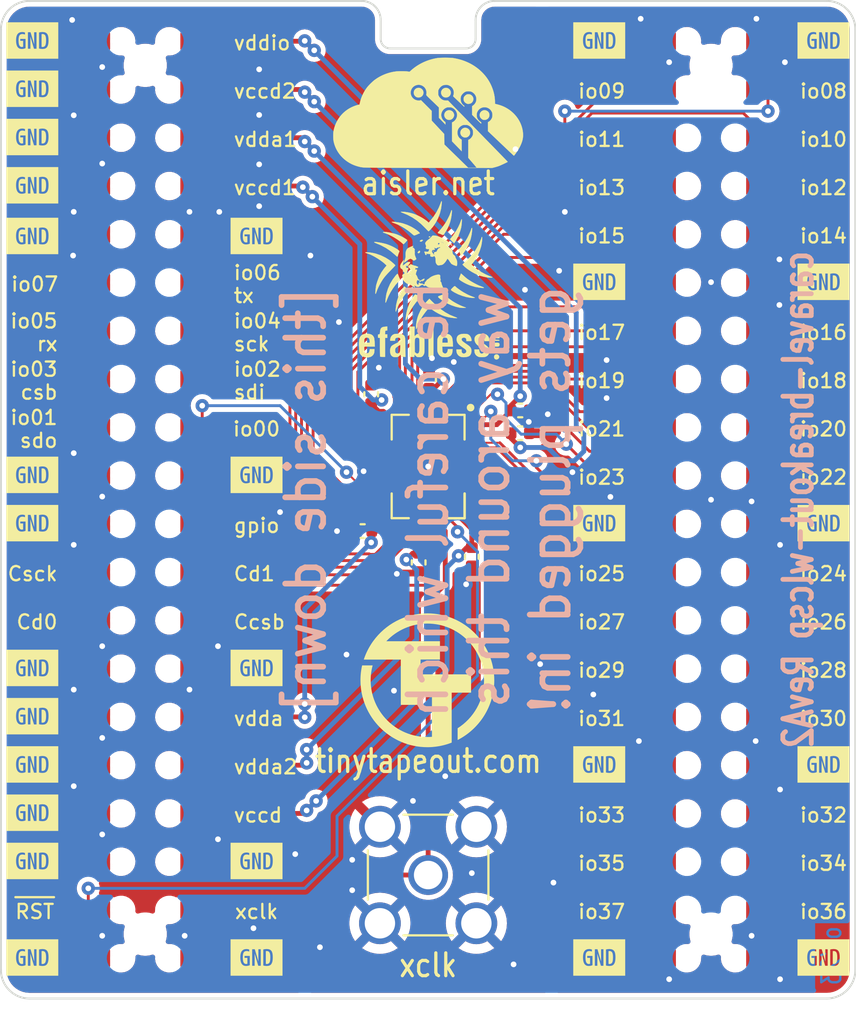
<source format=kicad_pcb>
(kicad_pcb (version 20221018) (generator pcbnew)
  (title_block (title "Caravel WLCSP breakout") (date "2023-06-20") (rev "A2"))
  (layers (0 "F.Cu" signal "Front") (31 "B.Cu" signal "Back") (34 "B.Paste" user) (35 "F.Paste" user) (36 "B.SilkS" user "B.Silkscreen") (37 "F.SilkS" user "F.Silkscreen") (38 "B.Mask" user) (39 "F.Mask" user) (44 "Edge.Cuts" user))
  (net 0 "")
  (net 1 "GND")
  (net 2 "vddio")
  (net 3 "vccd2")
  (net 4 "vccd1")
  (net 5 "vdda1")
  (net 6 "vdda2")
  (net 7 "mprj_io[18]")
  (net 8 "mprj_io[17]")
  (net 9 "mprj_io[16]")
  (net 10 "mprj_io[15]")
  (net 11 "mprj_io[14]")
  (net 12 "mprj_io[13]")
  (net 13 "mprj_io[12]")
  (net 14 "mprj_io[11]")
  (net 15 "mprj_io[10]")
  (net 16 "mprj_io[9]")
  (net 17 "mprj_io[8]")
  (net 18 "mprj_io[7]")
  (net 19 "mprj_io[6]_ser_tx")
  (net 20 "mprj_io[5]_ser_rx")
  (net 21 "mprj_io[0]")
  (net 22 "mprj_io[33]")
  (net 23 "mprj_io[32]")
  (net 24 "mprj_io[31]")
  (net 25 "mprj_io[30]")
  (net 26 "mprj_io[29]")
  (net 27 "mprj_io[28]")
  (net 28 "mprj_io[27]")
  (net 29 "mprj_io[26]")
  (net 30 "mprj_io[25]")
  (net 31 "mprj_io[24]")
  (net 32 "mprj_io[23]")
  (net 33 "mprj_io[22]")
  (net 34 "mprj_io[21]")
  (net 35 "mprj_io[20]")
  (net 36 "mprj_io[19]")
  (net 37 "mprj_io[4]_SCK")
  (net 38 "mprj_io[3]_CSB")
  (net 39 "mprj_io[2]_SDI")
  (net 40 "mprj_io[1]_SDO")
  (net 41 "gpio")
  (net 42 "Caravel_D0")
  (net 43 "Caravel_CSB")
  (net 44 "~{RST}")
  (net 45 "Caravel_D1")
  (net 46 "xclk")
  (net 47 "mprj_io[36]")
  (net 48 "mprj_io[37]")
  (net 49 "Caravel_SCK")
  (net 50 "mprj_io[34]")
  (net 51 "mprj_io[35]")
  (net 52 "vdda")
  (net 53 "vccd")
  (footprint "ok-chips:Caravel_WLCSP" (layer "F.Cu") (at 72.65 42.46776)
    (fp_text reference "U1" hide)
    (fp_text value "Caravel")
  )
  (footprint "Capacitor_SMD:C_0402_1005Metric" (layer "F.Cu") (at 77.5 39.51776 180)
    (fp_text reference "C7" hide)
    (fp_text value "0.1uf")
  )
  (footprint "Capacitor_SMD:C_0402_1005Metric" (layer "F.Cu") (at 69.65 38.66776 -90)
    (fp_text reference "C1" hide)
    (fp_text value "0.1uf")
  )
  (footprint "Capacitor_SMD:C_0402_1005Metric" (layer "F.Cu") (at 72.7 37.86776 90)
    (fp_text reference "C2" hide)
    (fp_text value "0.1uf")
  )
  (footprint "Capacitor_SMD:C_0402_1005Metric" (layer "F.Cu") (at 77.5 40.71776 180)
    (fp_text reference "C6" hide)
    (fp_text value "0.1uf")
  )
  (footprint "Capacitor_SMD:C_0402_1005Metric" (layer "F.Cu") (at 74.95 47.21776 90)
    (fp_text reference "C4" hide)
    (fp_text value "0.1uf")
  )
  (footprint "Capacitor_SMD:C_0402_1005Metric" (layer "F.Cu") (at 69.2 45.86776 180)
    (fp_text reference "C3" hide)
    (fp_text value "0.1uf")
  )
  (footprint "Capacitor_SMD:C_0402_1005Metric" (layer "F.Cu") (at 72.15 47.51776 90)
    (fp_text reference "C5" hide)
    (fp_text value "0.1uf")
  )
  (footprint "kibuzzard-6288F08E" (layer "F.Cu") (at 93.472 58.14876)
    (fp_text reference "kibuzzard-6288F08E" hide)
    (fp_text value "G***" hide)
  )
  (footprint "BreakoutCommon:REF-182665-01" (layer "F.Cu") (at 87.55 44.21776 -90)
    (fp_text reference "CON2" hide)
    (fp_text value "REF-182665-01")
  )
  (footprint "Logos:ef_logo_graphical" (layer "F.Cu") (at 72.65 31.87)
    (fp_text reference "REF**" hide)
    (fp_text value "Logo" hide)
  )
  (footprint "kibuzzard-6288F08E" (layer "F.Cu") (at 63.612 53.06876)
    (fp_text reference "kibuzzard-6288F08E" hide)
    (fp_text value "G***" hide)
  )
  (footprint "kibuzzard-6288F08E" (layer "F.Cu") (at 93.472 45.44876)
    (fp_text reference "kibuzzard-6288F08E" hide)
    (fp_text value "G***" hide)
  )
  (footprint "kibuzzard-6288F08E" (layer "F.Cu") (at 81.661 58.14876)
    (fp_text reference "kibuzzard-6288F08E" hide)
    (fp_text value "G***" hide)
  )
  (footprint "kibuzzard-6288F08E" (layer "F.Cu") (at 81.661 45.44876)
    (fp_text reference "kibuzzard-6288F08E" hide)
    (fp_text value "G***" hide)
  )
  (footprint "kibuzzard-6288F08E" (layer "F.Cu") (at 51.801 68.30876)
    (fp_text reference "kibuzzard-6288F08E" hide)
    (fp_text value "G***" hide)
  )
  (footprint "kibuzzard-6288F08E" (layer "F.Cu") (at 63.612 42.90876)
    (fp_text reference "kibuzzard-6288F08E" hide)
    (fp_text value "G***" hide)
  )
  (footprint "kibuzzard-6288F08E" (layer "F.Cu") (at 51.801 20.04876)
    (fp_text reference "kibuzzard-6288F08E" hide)
    (fp_text value "G***" hide)
  )
  (footprint "kibuzzard-6288F08E" (layer "F.Cu") (at 51.801 42.90876)
    (fp_text reference "kibuzzard-6288F08E" hide)
    (fp_text value "G***" hide)
  )
  (footprint "kibuzzard-6288F08E" (layer "F.Cu") (at 63.612 63.22876)
    (fp_text reference "kibuzzard-6288F08E" hide)
    (fp_text value "G***" hide)
  )
  (footprint "Fiducial:Fiducial_1mm_Mask2mm" (layer "F.Cu") (at 79.15 68.97)
    (fp_text reference "FID2" hide)
    (fp_text value "Fiducial")
  )
  (footprint "kibuzzard-6288F08E" (layer "F.Cu") (at 51.801 53.06876)
    (fp_text reference "kibuzzard-6288F08E" hide)
    (fp_text value "G***" hide)
  )
  (footprint "kibuzzard-6288F08E" (layer "F.Cu") (at 51.801 30.33576)
    (fp_text reference "kibuzzard-6288F08E" hide)
    (fp_text value "G***" hide)
  )
  (footprint "kibuzzard-6288F08E" (layer "F.Cu") (at 51.801 45.44876)
    (fp_text reference "kibuzzard-6288F08E" hide)
    (fp_text value "G***" hide)
  )
  (footprint "kibuzzard-6288F08E" (layer "F.Cu") (at 93.472 68.30876)
    (fp_text reference "kibuzzard-6288F08E" hide)
    (fp_text value "G***" hide)
  )
  (footprint "kibuzzard-6288F08E" (layer "F.Cu") (at 81.661 20.04876)
    (fp_text reference "kibuzzard-6288F08E" hide)
    (fp_text value "G***" hide)
  )
  (footprint "Fiducial:Fiducial_1mm_Mask2mm" (layer "F.Cu") (at 66.15 68.97)
    (fp_text reference "FID1" hide)
    (fp_text value "Fiducial")
  )
  (footprint "kibuzzard-6288F08E" (layer "F.Cu") (at 63.612 68.30876)
    (fp_text reference "kibuzzard-6288F08E" hide)
    (fp_text value "G***" hide)
  )
  (footprint "Logos:ef_logo" (layer "F.Cu") (at 72.65 35.97)
    (fp_text reference "REF**" hide)
    (fp_text value "Logo" hide)
  )
  (footprint "Fiducial:Fiducial_1mm_Mask2mm" (layer "F.Cu") (at 78.65 19.47)
    (fp_text reference "FID3" hide)
    (fp_text value "Fiducial")
  )
  (footprint "kibuzzard-6288F08E" (layer "F.Cu") (at 51.801 63.22876)
    (fp_text reference "kibuzzard-6288F08E" hide)
    (fp_text value "G***" hide)
  )
  (footprint "Logos:aisler_logo_10" (layer "F.Cu") (at 72.859288 26.740909)
    (fp_text reference "REF**" hide)
    (fp_text value "aisler_logo_10")
  )
  (footprint "ok-connectors:TE_5-1814832-2" (layer "F.Cu") (at 72.65 63.96776)
    (fp_text reference "CON3" hide)
    (fp_text value "73251-1352")
  )
  (footprint "kibuzzard-6288F08E" (layer "F.Cu") (at 51.801 58.14876)
    (fp_text reference "kibuzzard-6288F08E" hide)
    (fp_text value "G***" hide)
  )
  (footprint "kibuzzard-6288F08E" (layer "F.Cu") (at 93.472 32.74876)
    (fp_text reference "kibuzzard-6288F08E" hide)
    (fp_text value "G***" hide)
  )
  (footprint "kibuzzard-6288F08E" (layer "F.Cu") (at 51.801 25.12876)
    (fp_text reference "kibuzzard-6288F08E" hide)
    (fp_text value "G***" hide)
  )
  (footprint "Logos:TT_logo" (layer "F.Cu") (at 72.65 53.77)
    (fp_text reference "REF**" hide)
    (fp_text value "TT_logo")
  )
  (footprint "kibuzzard-6288F08E" (layer "F.Cu") (at 51.801 27.66876)
    (fp_text reference "kibuzzard-6288F08E" hide)
    (fp_text value "G***" hide)
  )
  (footprint "kibuzzard-6288F08E" (layer "F.Cu") (at 81.661 32.74876)
    (fp_text reference "kibuzzard-6288F08E" hide)
    (fp_text value "G***" hide)
  )
  (footprint "BreakoutCommon:REF-182665-01" (layer "F.Cu") (at 57.75 44.21776 -90)
    (fp_text reference "CON1" hide)
    (fp_text value "REF-182665-01")
  )
  (footprint "kibuzzard-6288F08E" (layer "F.Cu") (at 51.801 55.60876)
    (fp_text reference "kibuzzard-6288F08E" hide)
    (fp_text value "G***" hide)
  )
  (footprint "kibuzzard-6288F08E" (layer "F.Cu") (at 63.612 30.33576)
    (fp_text reference "kibuzzard-6288F08E" hide)
    (fp_text value "G***" hide)
  )
  (footprint "kibuzzard-6288F08E" (layer "F.Cu") (at 81.661 68.30876)
    (fp_text reference "kibuzzard-6288F08E" hide)
    (fp_text value "G***" hide)
  )
  (footprint "kibuzzard-6288F08E" (layer "F.Cu") (at 51.801 22.58876)
    (fp_text reference "kibuzzard-6288F08E" hide)
    (fp_text value "G***" hide)
  )
  (footprint "kibuzzard-6288F08E" (layer "F.Cu") (at 51.801 60.68876)
    (fp_text reference "kibuzzard-6288F08E" hide)
    (fp_text value "G***" hide)
  )
  (footprint "kibuzzard-6288F08E" (layer "F.Cu") (at 93.472 20.04876)
    (fp_text reference "kibuzzard-6288F08E" hide)
    (fp_text value "G***" hide)
  )
  (gr_line (start 50.912 65.13376) (end 52.944 65.13376) (stroke (width 0.12)) (layer "F.SilkS"))
  (gr_arc (start 75.15 18.96776) (mid 75.442893 18.260653) (end 76.15 17.96776) (stroke (width 0.1)) (layer "Edge.Cuts"))
  (gr_line (start 51.65 17.96776) (end 69.15 17.96776) (stroke (width 0.1)) (layer "Edge.Cuts"))
  (gr_arc (start 75.15 19.96776) (mid 75.003553 20.321313) (end 74.65 20.46776) (stroke (width 0.1)) (layer "Edge.Cuts"))
  (gr_line (start 75.15 19.96776) (end 75.15 18.96776) (stroke (width 0.1)) (layer "Edge.Cuts"))
  (gr_line (start 70.65 20.46776) (end 74.65 20.46776) (stroke (width 0.1)) (layer "Edge.Cuts"))
  (gr_line (start 76.15 17.96776) (end 93.65 17.96776) (stroke (width 0.1)) (layer "Edge.Cuts"))
  (gr_line (start 93.65 70.46776) (end 51.65 70.46776) (stroke (width 0.1)) (layer "Edge.Cuts"))
  (gr_arc (start 95.15 68.96776) (mid 94.71066 70.02842) (end 93.65 70.46776) (stroke (width 0.1)) (layer "Edge.Cuts"))
  (gr_arc (start 50.15 19.46776) (mid 50.58934 18.4071) (end 51.65 17.96776) (stroke (width 0.1)) (layer "Edge.Cuts"))
  (gr_arc (start 51.65 70.46776) (mid 50.58934 70.02842) (end 50.15 68.96776) (stroke (width 0.1)) (layer "Edge.Cuts"))
  (gr_line (start 50.15 68.96776) (end 50.15 19.46776) (stroke (width 0.1)) (layer "Edge.Cuts"))
  (gr_line (start 95.15 19.46776) (end 95.15 68.96776) (stroke (width 0.1)) (layer "Edge.Cuts"))
  (gr_line (start 70.15 18.96776) (end 70.15 19.96776) (stroke (width 0.1)) (layer "Edge.Cuts"))
  (gr_arc (start 69.15 17.96776) (mid 69.857107 18.260653) (end 70.15 18.96776) (stroke (width 0.1)) (layer "Edge.Cuts"))
  (gr_arc (start 70.65 20.46776) (mid 70.296447 20.321313) (end 70.15 19.96776) (stroke (width 0.1)) (layer "Edge.Cuts"))
  (gr_arc (start 93.65 17.96776) (mid 94.71066 18.4071) (end 95.15 19.46776) (stroke (width 0.1)) (layer "Edge.Cuts"))
  (gr_text "ok'23" (at 93.9 68.21776 90) (layer "B.Cu") (effects (font (size 1 0.75) (thickness 0.127)) (justify mirror)))
  (gr_text "[this side down]\n\nbe careful which\nway around this\ngets plugged in!" (at 72.65 44.21776 90) (layer "B.SilkS") (effects (font (size 2 1.8) (thickness 0.3)) (justify mirror)))
  (gr_text "caravel-breakout-wlcsp RevA2" (at 92.15 44.21776 90) (layer "B.SilkS") (effects (font (size 1.5 1.1) (thickness 0.25)) (justify mirror)))
  (gr_text "vddio" (at 62.342 20.17576) (layer "F.SilkS") (effects (font (size 0.75 0.75) (thickness 0.12)) (justify left)))
  (gr_text "io36" (at 93.472 65.89576) (layer "F.SilkS") (effects (font (size 0.75 0.75) (thickness 0.12))))
  (gr_text "io18" (at 93.472 37.95576) (layer "F.SilkS") (effects (font (size 0.75 0.75) (thickness 0.12))))
  (gr_text "io23" (at 81.788 43.03576) (layer "F.SilkS") (effects (font (size 0.75 0.75) (thickness 0.12))))
  (gr_text "io34" (at 93.472 63.35576) (layer "F.SilkS") (effects (font (size 0.75 0.75) (thickness 0.12))))
  (gr_text "xclk" (at 63.612 65.89576) (layer "F.SilkS") (effects (font (size 0.75 0.75) (thickness 0.12))))
  (gr_text "io04\nsck" (at 62.342 35.41576) (layer "F.SilkS") (effects (font (size 0.75 0.75) (thickness 0.12)) (justify left)))
  (gr_text "io29" (at 81.788 53.19576) (layer "F.SilkS") (effects (font (size 0.75 0.75) (thickness 0.12))))
  (gr_text "gpio" (at 62.342 45.57576) (layer "F.SilkS") (effects (font (size 0.75 0.75) (thickness 0.12)) (justify left)))
  (gr_text "vdda2" (at 62.342 58.27576) (layer "F.SilkS") (effects (font (size 0.75 0.75) (thickness 0.12)) (justify left)))
  (gr_text "io01\nsdo" (at 53.198 40.49576) (layer "F.SilkS") (effects (font (size 0.75 0.75) (thickness 0.12)) (justify right)))
  (gr_text "io37" (at 81.788 65.89576) (layer "F.SilkS") (effects (font (size 0.75 0.75) (thickness 0.12))))
  (gr_text "io25" (at 81.788 48.11576) (layer "F.SilkS") (effects (font (size 0.75 0.75) (thickness 0.12))))
  (gr_text "io21" (at 81.788 40.49576) (layer "F.SilkS") (effects (font (size 0.75 0.75) (thickness 0.12))))
  (gr_text "vdda1" (at 62.342 25.25576) (layer "F.SilkS") (effects (font (size 0.75 0.75) (thickness 0.12)) (justify left)))
  (gr_text "vccd1" (at 62.342 27.79576) (layer "F.SilkS") (effects (font (size 0.75 0.75) (thickness 0.12)) (justify left)))
  (gr_text "vccd2" (at 62.342 22.71576) (layer "F.SilkS") (effects (font (size 0.75 0.75) (thickness 0.12)) (justify left)))
  (gr_text "aisler.net" (at 72.65 28.27) (layer "F.SilkS") (effects (font (size 1.2 1) (thickness 0.17) bold) (justify bottom)))
  (gr_text "Cd1" (at 62.342 48.11576) (layer "F.SilkS") (effects (font (size 0.75 0.75) (thickness 0.12)) (justify left)))
  (gr_text "RST" (at 51.928 65.89576) (layer "F.SilkS") (effects (font (size 0.75 0.75) (thickness 0.12))))
  (gr_text "io08" (at 93.472 22.71576) (layer "F.SilkS") (effects (font (size 0.75 0.75) (thickness 0.12))))
  (gr_text "io35" (at 81.788 63.35576) (layer "F.SilkS") (effects (font (size 0.75 0.75) (thickness 0.12))))
  (gr_text "io14" (at 93.472 30.33576) (layer "F.SilkS") (effects (font (size 0.75 0.75) (thickness 0.12))))
  (gr_text "xclk" (at 72.65 68.71776) (layer "F.SilkS") (effects (font (size 1.2 1) (thickness 0.17))))
  (gr_text "io27" (at 81.788 50.65576) (layer "F.SilkS") (effects (font (size 0.75 0.75) (thickness 0.12))))
  (gr_text "io10" (at 93.472 25.25576) (layer "F.SilkS") (effects (font (size 0.75 0.75) (thickness 0.12))))
  (gr_text "io31" (at 81.788 55.73576) (layer "F.SilkS") (effects (font (size 0.75 0.75) (thickness 0.12))))
  (gr_text "io26" (at 93.472 50.65576) (layer "F.SilkS") (effects (font (size 0.75 0.75) (thickness 0.12))))
  (gr_text "io22" (at 93.472 43.03576) (layer "F.SilkS") (effects (font (size 0.75 0.75) (thickness 0.12))))
  (gr_text "vdda" (at 62.342 55.73576) (layer "F.SilkS") (effects (font (size 0.75 0.75) (thickness 0.12)) (justify left)))
  (gr_text "io24" (at 93.472 48.11576) (layer "F.SilkS") (effects (font (size 0.75 0.75) (thickness 0.12))))
  (gr_text "io12" (at 93.472 27.79576) (layer "F.SilkS") (effects (font (size 0.75 0.75) (thickness 0.12))))
  (gr_text "io02\nsdi" (at 62.342 37.95576) (layer "F.SilkS") (effects (font (size 0.75 0.75) (thickness 0.12)) (justify left)))
  (gr_text "Cd0" (at 53.198 50.65576) (layer "F.SilkS") (effects (font (size 0.75 0.75) (thickness 0.12)) (justify right)))
  (gr_text "io17" (at 81.788 35.41576) (layer "F.SilkS") (effects (font (size 0.75 0.75) (thickness 0.12))))
  (gr_text "io15" (at 81.788 30.33576) (layer "F.SilkS") (effects (font (size 0.75 0.75) (thickness 0.12))))
  (gr_text "Csck" (at 53.198 48.11576) (layer "F.SilkS") (effects (font (size 0.75 0.75) (thickness 0.12)) (justify right)))
  (gr_text "io32" (at 93.472 60.81576) (layer "F.SilkS") (effects (font (size 0.75 0.75) (thickness 0.12))))
  (gr_text "io06\ntx" (at 62.342 32.87576) (layer "F.SilkS") (effects (font (size 0.75 0.75) (thickness 0.12)) (justify left)))
  (gr_text "io30" (at 93.472 55.73576) (layer "F.SilkS") (effects (font (size 0.75 0.75) (thickness 0.12))))
  (gr_text "Ccsb" (at 62.342 50.65576) (layer "F.SilkS") (effects (font (size 0.75 0.75) (thickness 0.12)) (justify left)))
  (gr_text "vccd" (at 62.342 60.81576) (layer "F.SilkS") (effects (font (size 0.75 0.75) (thickness 0.12)) (justify left)))
  (gr_text "io07" (at 51.928 32.87576) (layer "F.SilkS") (effects (font (size 0.75 0.75) (thickness 0.12))))
  (gr_text "io13" (at 81.788 27.79576) (layer "F.SilkS") (effects (font (size 0.75 0.75) (thickness 0.12))))
  (gr_text "io19" (at 81.788 37.95576) (layer "F.SilkS") (effects (font (size 0.75 0.75) (thickness 0.12))))
  (gr_text "io09" (at 81.788 22.71576) (layer "F.SilkS") (effects (font (size 0.75 0.75) (thickness 0.12))))
  (gr_text "io28" (at 93.472 53.19576) (layer "F.SilkS") (effects (font (size 0.75 0.75) (thickness 0.12))))
  (gr_text "io16" (at 93.472 35.41576) (layer "F.SilkS") (effects (font (size 0.75 0.75) (thickness 0.12))))
  (gr_text "io00" (at 63.612 40.49576) (layer "F.SilkS") (effects (font (size 0.75 0.75) (thickness 0.12))))
  (gr_text "io03\ncsb" (at 53.198 37.95576) (layer "F.SilkS") (effects (font (size 0.75 0.75) (thickness 0.12)) (justify right)))
  (gr_text "io20" (at 93.472 40.49576) (layer "F.SilkS") (effects (font (size 0.75 0.75) (thickness 0.12))))
  (gr_text "io05\nrx" (at 53.198 35.41576) (layer "F.SilkS") (effects (font (size 0.75 0.75) (thickness 0.12)) (justify right)))
  (gr_text "io11" (at 81.788 25.25576) (layer "F.SilkS") (effects (font (size 0.75 0.75) (thickness 0.12))))
  (gr_text "io33" (at 81.788 60.81576) (layer "F.SilkS") (effects (font (size 0.75 0.75) (thickness 0.12))))
  (gr_text "tinytapeout.com" (at 72.65 57.97) (layer "F.SilkS") (effects (font (size 1.2 1) (thickness 0.17))))
  (segment (start 68.72 45.86776) (end 67.85 45.86776) (width 0.2) (layer "F.Cu") (net 1))
  (segment (start 74.95 48.36776) (end 74.65 48.66776) (width 0.2) (layer "F.Cu") (net 1))
  (segment (start 73.8 36.76776) (end 74 36.96776) (width 0.254) (layer "F.Cu") (net 1))
  (segment (start 77.98 40.14776) (end 77.95 40.11776) (width 0.2) (layer "F.Cu") (net 1))
  (segment (start 72.9 42.71776) (end 72.8405 42.65826) (width 0.1016) (layer "F.Cu") (net 1))
  (segment (start 72.85 36.76776) (end 73.8 36.76776) (width 0.254) (layer "F.Cu") (net 1))
  (segment (start 72.7 36.91776) (end 72.85 36.76776) (width 0.254) (layer "F.Cu") (net 1))
  (segment (start 69.25 42.71776) (end 71.4 42.71776) (width 0.1524) (layer "F.Cu") (net 1))
  (segment (start 72.647401 41.970359) (end 72.4 42.21776) (width 0.1016) (layer "F.Cu") (net 1))
  (segment (start 72.7 37.38776) (end 72.7 36.91776) (width 0.254) (layer "F.Cu") (net 1))
  (segment (start 72.65 42.46776) (end 72.9 42.21776) (width 0.1524) (layer "F.Cu") (net 1))
  (segment (start 72.65 42.46776) (end 72.8405 42.65826) (width 0.1524) (layer "F.Cu") (net 1))
  (segment (start 69.65 37.66776) (end 70.05 37.26776) (width 0.254) (layer "F.Cu") (net 1))
  (segment (start 69.65 38.18776) (end 69.65 37.66776) (width 0.254) (layer "F.Cu") (net 1))
  (segment (start 77.98 40.71776) (end 77.98 40.14776) (width 0.2) (layer "F.Cu") (net 1))
  (segment (start 73.002698 41.467) (end 72.79732 41.467) (width 0.1016) (layer "F.Cu") (net 1))
  (segment (start 72.65 42.46776) (end 72.4 42.21776) (width 0.1524) (layer "F.Cu") (net 1))
  (segment (start 77.98 39.51776) (end 78.75 39.51776) (width 0.2) (layer "F.Cu") (net 1))
  (segment (start 72.65 42.46776) (end 72.4 42.71776) (width 0.1524) (layer "F.Cu") (net 1))
  (segment (start 72.4 42.71776) (end 71.4 42.71776) (width 0.1524) (layer "F.Cu") (net 1))
  (segment (start 73.4 41.21776) (end 73.251938 41.21776) (width 0.1016) (layer "F.Cu") (net 1))
  (segment (start 78.75 39.51776) (end 78.95 39.71776) (width 0.2) (layer "F.Cu") (net 1))
  (segment (start 73.4 43.21776) (end 72.9 42.71776) (width 0.1524) (layer "F.Cu") (net 1))
  (segment (start 72.647401 41.616919) (end 72.647401 41.970359) (width 0.1016) (layer "F.Cu") (net 1))
  (segment (start 71.12 47.99776) (end 71 48.11776) (width 0.2) (layer "F.Cu") (net 1))
  (segment (start 72.79732 41.467) (end 72.647401 41.616919) (width 0.1016) (layer "F.Cu") (net 1))
  (segment (start 74.95 47.69776) (end 74.95 48.36776) (width 0.2) (layer "F.Cu") (net 1))
  (segment (start 73.251938 41.21776) (end 73.002698 41.467) (width 0.1016) (layer "F.Cu") (net 1))
  (segment (start 72.15 47.99776) (end 71.12 47.99776) (width 0.2) (layer "F.Cu") (net 1))
  (via (at 68.65 63.16776) (size 0.7) (drill 0.3) (layers "F.Cu" "B.Cu") (net 1))
  (via (at 81.35 54.46776) (size 0.7) (drill 0.3) (layers "F.Cu" "B.Cu") (net 1))
  (via (at 77.75 33.16776) (size 0.7) (drill 0.3) (layers "F.Cu" "B.Cu") (net 1))
  (via (at 67.95 34.86776) (size 0.7) (drill 0.3) (layers "F.Cu" "B.Cu") (net 1))
  (via (at 53.984 54.21176) (size 0.7) (drill 0.3) (layers "F.Cu" "B.Cu") (net 1))
  (via (at 55.484 21.44576) (size 0.7) (drill 0.3) (layers "F.Cu" "B.Cu") (net 1))
  (via (at 68.65 64.76776) (size 0.7) (drill 0.3) (layers "F.Cu" "B.Cu") (net 1))
  (via (at 80.25 42.76776) (size 0.7) (drill 0.3) (layers "F.Cu" "B.Cu") (net 1))
  (via (at 55.484 51.92576) (size 0.7) (drill 0.3) (layers "F.Cu" "B.Cu") (net 1))
  (via (at 82.25 44.06776) (size 0.7) (drill 0.3) (layers "F.Cu" "B.Cu") (net 1))
  (via (at 59.826 67.16576) (size 0.7) (drill 0.3) (layers "F.Cu" "B.Cu") (net 1))
  (via (at 89.94 18.90576) (size 0.7) (drill 0.3) (layers "F.Cu" "B.Cu") (net 1))
  (via (at 91.186 59.46776) (size 0.7) (drill 0.3) (layers "F.Cu" "B.Cu") (net 1))
  (via (at 63.75 28.76776) (size 0.7) (drill 0.3) (layers "F.Cu" "B.Cu") (net 1))
  (via (at 83.75 56.91776) (size 0.7) (drill 0.3) (layers "F.Cu" "B.Cu") (net 1))
  (via (at 71.85 60.06776) (size 0.7) (drill 0.3) (layers "F.Cu" "B.Cu") (net 1))
  (via (at 70.05 37.26776) (size 0.7) (drill 0.3) (layers "F.Cu" "B.Cu") (net 1))
  (via (at 66.95 67.76776) (size 0.7) (drill 0.3) (layers "F.Cu" "B.Cu") (net 1))
  (via (at 91.44 21.19176) (size 0.7) (drill 0.3) (layers "F.Cu" "B.Cu") (net 1))
  (via (at 89.686 44.30576) (size 0.7) (drill 0.3) (layers "F.Cu" "B.Cu") (net 1))
  (via (at 67.85 45.86776) (size 0.7) (drill 0.3) (layers "F.Cu" "B.Cu") (net 1))
  (via (at 61.58 62.08576) (size 0.7) (drill 0.3) (layers "F.Cu" "B.Cu") (net 1))
  (via (at 53.984 59.29176) (size 0.7) (drill 0.3) (layers "F.Cu" "B.Cu") (net 1))
  (via (at 64.85 44.86776) (size 0.7) (drill 0.3) (layers "F.Cu" "B.Cu") (net 1))
  (via (at 53.9 18.96776) (size 0.7) (drill 0.3) (layers "F.Cu" "B.Cu") (net 1))
  (via (at 63.75 23.96776) (size 0.7) (drill 0.3) (layers "F.Cu" "B.Cu") (net 1))
  (via (at 55.484 44.05176) (size 0.7) (drill 0.3) (layers "F.Cu" "B.Cu") (net 1))
  (via (at 55.484 61.83176) (size 0.7) (drill 0.3) (layers "F.Cu" "B.Cu") (net 1))
  (via (at 82.05 38.86776) (size 0.7) (drill 0.3) (layers "F.Cu" "B.Cu") (net 1))
  (via (at 55.484 67.16576) (size 0.7) (drill 0.3) (layers "F.Cu" "B.Cu") (net 1))
  (via (at 91.186 46.59176) (size 0.7) (drill 0.3) (layers "F.Cu" "B.Cu") (net 1))
  (via (at 89.9 56.91776) (size 0.7) (drill 0.3) (layers "F.Cu" "B.Cu") (net 1))
  (via (at 73.55 58.76776) (size 0.7) (drill 0.3) (layers "F.Cu" "B.Cu") (net 1))
  (via (at 61.65 29.06776) (size 0.7) (drill 0.3) (layers "F.Cu" "B.Cu") (net 1))
  (via (at 60.08 54.21176) (size 0.7) (drill 0.3) (layers "F.Cu" "B.Cu") (net 1))
  (via (at 66.45 31.36776) (size 0.7) (drill 0.3) (layers "F.Cu" "B.Cu") (net 1))
  (via (at 91.15 31.56776) (size 0.7) (drill 0.3) (layers "F.Cu" "B.Cu") (net 1))
  (via (at 63.75 21.56776) (size 0.7) (drill 0.3) (layers "F.Cu" "B.Cu") (net 1))
  (via (at 53.984 29.06576) (size 0.7) (drill 0.3) (layers "F.Cu" "B.Cu") (net 1))
  (via (at 91.186 69.45176) (size 0.7) (drill 0.3) (layers "F.Cu" "B.Cu") (net 1))
  (via (at 55.484 56.75176) (size 0.7) (drill 0.3) (layers "F.Cu" "B.Cu") (net 1))
  (via (at 91.15 33.96776) (size 0.7) (drill 0.3) (layers "F.Cu" "B.Cu") (net 1))
  (via (at 79.55 32.16776) (size 0.7) (drill 0.3) (layers "F.Cu" "B.Cu") (net 1))
  (via (at 72.85 36.76776) (size 0.7) (drill 0.3) (layers "F.Cu" "B.Cu") (net 1))
  (via (at 61.58 51.92576) (size 0.7) (drill 0.3) (layers "F.Cu" "B.Cu") (net 1))
  (via (at 68.35 52.36776) (size 0.7) (drill 0.3) (layers "F.Cu" "B.Cu") (net 1))
  (via (at 85.344 69.45176) (size 0.7) (drill 0.3) (layers "F.Cu" "B.Cu") (net 1))
  (via (at 77.25 25.76776) (size 0.7) (drill 0.3) (layers "F.Cu" "B.Cu") (net 1))
  (via (at 53.984 41.76576) (size 0.7) (drill 0.3) (layers "F.Cu" "B.Cu") (net 1))
  (via (at 53.984 46.59176) (size 0.7) (drill 0.3) (layers "F.Cu" "B.Cu") (net 1))
  (via (at 70.85 54.26776) (size 0.7) (drill 0.3) (layers "F.Cu" "B.Cu") (net 1))
  (via (at 63.45 66.76776) (size 0.7) (drill 0.3) (layers "F.Cu" "B.Cu") (net 1))
  (via (at 72.65 42.46776) (size 0.7) (drill 0.3) (layers "F.Cu" "B.Cu") (net 1))
  (via (at 85.344 21.19176) (size 0.7) (drill 0.3) (layers "F.Cu" "B.Cu") (net 1))
  (via (at 89.686 67.16576) (size 0.7) (drill 0.3) (layers "F.Cu" "B.Cu") (net 1))
  (via (at 87.55 44.21776) (size 0.7) (drill 0.3) (layers "F.Cu" "B.Cu") (net 1))
  (via (at 77.15 68.67) (size 0.7) (drill 0.3) (layers "F.Cu" "B.Cu") (net 1))
  (via (at 74.95 63.86776) (size 0.7) (drill 0.3) (layers "F.Cu" "B.Cu") (net 1))
  (via (at 78.95 39.71776) (size 0.7) (drill 0.3) (layers "F.Cu" "B.Cu") (net 1))
  (via (at 53.95 31.36776) (size 0.7) (drill 0.3) (layers "F.Cu" "B.Cu") (net 1))
  (via (at 79.25 64.36776) (size 0.7) (drill 0.3) (layers "F.Cu" "B.Cu") (net 1))
  (via (at 63.75 26.56776) (size 0.7) (drill 0.3) (layers "F.Cu" "B.Cu") (net 1))
  (via (at 53.984 23.98576) (size 0.7) (drill 0.3) (layers "F.Cu" "B.Cu") (net 1))
  (via (at 71 48.11776) (size 0.7) (drill 0.3) (layers "F.Cu" "B.Cu") (net 1))
  (via (at 87.55 32.76776) (size 0.7) (drill 0.3) (layers "F.Cu" "B.Cu") (net 1))
  (via (at 65.65 62.86776) (size 0.7) (drill 0.3) (layers "F.Cu" "B.Cu") (net 1))
  (via (at 79.85 29.06776) (size 0.7) (drill 0.3) (layers "F.Cu" "B.Cu") (net 1))
  (via (at 74.65 48.66776) (size 0.7) (drill 0.3) (layers "F.Cu" "B.Cu") (net 1))
  (via (at 77.95 40.11776) (size 0.7) (drill 0.3) (layers "F.Cu" "B.Cu") (net 1))
  (via (at 74 36.96776) (size 0.7) (drill 0.3) (layers "F.Cu" "B.Cu") (net 1))
  (via (at 55.484 26.52576) (size 0.7) (drill 0.3) (layers "F.Cu" "B.Cu") (net 1))
  (via (at 60.08 29.06576) (size 0.7) (drill 0.3) (layers "F.Cu" "B.Cu") (net 1))
  (via (at 82.05 36.86776) (size 0.7) (drill 0.3) (layers "F.Cu" "B.Cu") (net 1))
  (via (at 69.25 42.71776) (size 0.7) (drill 0.3) (layers "F.Cu" "B.Cu") (net 1))
  (via (at 83.844 18.90576) (size 0.7) (drill 0.3) (layers "F.Cu" "B.Cu") (net 1))
  (via (at 78.55 52.86776) (size 0.7) (drill 0.3) (layers "F.Cu" "B.Cu") (net 1))
  (segment (start 73.647401 41.322676) (end 73.504916 41.465161) (width 0.1016) (layer "F.Cu") (net 2))
  (segment (start 73.291919 41.465161) (end 73.03932 41.71776) (width 0.1016) (layer "F.Cu") (net 2))
  (segment (start 77.02 40.71776) (end 77.02 40.98776) (width 0.254) (layer "F.Cu") (net 2))
  (segment (start 60.75 20.08776) (end 66.17 20.08776) (width 0.254) (layer "F.Cu") (net 2))
  (segment (start 74.95 40.81776) (end 74.802599 40.965161) (width 0.1016) (layer "F.Cu") (net 2))
  (segment (start 73.647401 41.109677) (end 73.647401 41.322676) (width 0.1016) (layer "F.Cu") (net 2))
  (segment (start 74.802599 40.965161) (end 73.791917 40.965161) (width 0.1016) (layer "F.Cu") (net 2))
  (segment (start 75 40.76776) (end 76.97 40.76776) (width 0.254) (layer "F.Cu") (net 2))
  (segment (start 73.03932 41.71776) (end 72.9 41.71776) (width 0.1016) (layer "F.Cu") (net 2))
  (segment (start 76.97 40.76776) (end 77.02 40.71776) (width 0.254) (layer "F.Cu") (net 2))
  (segment (start 74.95 40.81776) (end 75 40.76776) (width 0.254) (layer "F.Cu") (net 2))
  (segment (start 73.504916 41.465161) (end 73.291919 41.465161) (width 0.1016) (layer "F.Cu") (net 2))
  (segment (start 77.02 40.98776) (end 77.5 41.46776) (width 0.254) (layer "F.Cu") (net 2))
  (segment (start 73.791917 40.965161) (end 73.647401 41.109677) (width 0.1016) (layer "F.Cu") (net 2))
  (segment (start 66.17 20.08776) (end 66.65 20.56776) (width 0.254) (layer "F.Cu") (net 2))
  (via (at 66.15 20.06776) (size 0.7) (drill 0.3) (layers "F.Cu" "B.Cu") (net 2))
  (via (at 77.5 41.46776) (size 0.7) (drill 0.3) (layers "F.Cu" "B.Cu") (net 2))
  (via (at 66.65 20.56776) (size 0.7) (drill 0.3) (layers "F.Cu" "B.Cu") (net 2))
  (segment (start 78.95 41.46776) (end 77.5 41.46776) (width 0.254) (layer "B.Cu") (net 2))
  (segment (start 80.45 34.36776) (end 80.45 40.36776) (width 0.254) (layer "B.Cu") (net 2))
  (segment (start 80.85 41.66776) (end 80.35 42.16776) (width 0.254) (layer "B.Cu") (net 2))
  (segment (start 80.45 40.36776) (end 80.85 40.76776) (width 0.254) (layer "B.Cu") (net 2))
  (segment (start 80.85 40.76776) (end 80.85 41.66776) (width 0.254) (layer "B.Cu") (net 2))
  (segment (start 80.35 42.16776) (end 79.65 42.16776) (width 0.254) (layer "B.Cu") (net 2))
  (segment (start 79.65 42.16776) (end 78.95 41.46776) (width 0.254) (layer "B.Cu") (net 2))
  (segment (start 66.15 20.06776) (end 80.45 34.36776) (width 0.254) (layer "B.Cu") (net 2))
  (segment (start 76.27 40.26776) (end 75 40.26776) (width 0.254) (layer "F.Cu") (net 3))
  (segment (start 66.01 22.62776) (end 66.65 23.26776) (width 0.254) (layer "F.Cu") (net 3))
  (segment (start 74.55 40.71776) (end 74.95 40.31776) (width 0.1016) (layer "F.Cu") (net 3))
  (segment (start 75 40.26776) (end 74.95 40.31776) (width 0.254) (layer "F.Cu") (net 3))
  (segment (start 60.75 22.62776) (end 66.01 22.62776) (width 0.254) (layer "F.Cu") (net 3))
  (segment (start 77.02 39.51776) (end 76.27 40.26776) (width 0.254) (layer "F.Cu") (net 3))
  (segment (start 77.02 39.24776) (end 77.5 38.76776) (width 0.254) (layer "F.Cu") (net 3))
  (segment (start 73.9 40.71776) (end 74.55 40.71776) (width 0.1016) (layer "F.Cu") (net 3))
  (segment (start 77.02 39.51776) (end 77.02 39.24776) (width 0.254) (layer "F.Cu") (net 3))
  (via (at 66.65 23.26776) (size 0.7) (drill 0.3) (layers "F.Cu" "B.Cu") (net 3))
  (via (at 77.5 38.76776) (size 0.7) (drill 0.3) (layers "F.Cu" "B.Cu") (net 3))
  (via (at 66.15 22.76776) (size 0.7) (drill 0.3) (layers "F.Cu" "B.Cu") (net 3))
  (segment (start 77.5 34.11776) (end 66.15 22.76776) (width 0.254) (layer "B.Cu") (net 3))
  (segment (start 77.5 38.76776) (end 77.5 34.11776) (width 0.254) (layer "B.Cu") (net 3))
  (segment (start 70.3 39.56776) (end 70.05 39.56776) (width 0.254) (layer "F.Cu") (net 4))
  (segment (start 69.83 38.96776) (end 69.65 39.14776) (width 0.254) (layer "F.Cu") (net 4))
  (segment (start 60.75 27.70776) (end 65.99 27.70776) (width 0.254) (layer "F.Cu") (net 4))
  (segment (start 70.9 40.16776) (end 70.9 40.21776) (width 0.1016) (layer "F.Cu") (net 4))
  (segment (start 70.2 38.96776) (end 69.83 38.96776) (width 0.254) (layer "F.Cu") (net 4))
  (segment (start 65.99 27.70776) (end 66.55 28.26776) (width 0.254) (layer "F.Cu") (net 4))
  (segment (start 70.9 40.21776) (end 71.4 40.71776) (width 0.1016) (layer "F.Cu") (net 4))
  (segment (start 70.05 39.56776) (end 69.65 39.16776) (width 0.254) (layer "F.Cu") (net 4))
  (segment (start 69.65 39.16776) (end 69.65 39.14776) (width 0.254) (layer "F.Cu") (net 4))
  (segment (start 70.9 40.16776) (end 70.3 39.56776) (width 0.254) (layer "F.Cu") (net 4))
  (via (at 70.2 38.96776) (size 0.7) (drill 0.3) (layers "F.Cu" "B.Cu") (net 4))
  (via (at 66.55 28.26776) (size 0.7) (drill 0.3) (layers "F.Cu" "B.Cu") (net 4))
  (via (at 66.05 27.76776) (size 0.7) (drill 0.3) (layers "F.Cu" "B.Cu") (net 4))
  (segment (start 69.75 38.96776) (end 69.05 38.26776) (width 0.254) (layer "B.Cu") (net 4))
  (segment (start 70.2 38.96776) (end 69.75 38.96776) (width 0.254) (layer "B.Cu") (net 4))
  (segment (start 69.05 30.76776) (end 66.05 27.76776) (width 0.254) (layer "B.Cu") (net 4))
  (segment (start 69.05 38.26776) (end 69.05 30.76776) (width 0.254) (layer "B.Cu") (net 4))
  (segment (start 72.65 39.06776) (end 72.65 39.561582) (width 0.1016) (layer "F.Cu") (net 5))
  (segment (start 72.4 41.576937) (end 72.4 41.71776) (width 0.1016) (layer "F.Cu") (net 5))
  (segment (start 72.646911 41.330026) (end 72.4 41.576937) (width 0.1016) (layer "F.Cu") (net 5))
  (segment (start 72.646911 39.564671) (end 72.646911 41.330026) (width 0.1016) (layer "F.Cu") (net 5))
  (segment (start 72.65 39.06776) (end 72.65 38.39776) (width 0.254) (layer "F.Cu") (net 5))
  (segment (start 72.65 39.561582) (end 72.646911 39.564671) (width 0.1016) (layer "F.Cu") (net 5))
  (segment (start 72.97 38.34776) (end 72.7 38.34776) (width 0.254) (layer "F.Cu") (net 5))
  (segment (start 72.65 38.39776) (end 72.7 38.34776) (width 0.254) (layer "F.Cu") (net 5))
  (segment (start 73.45 37.86776) (end 72.97 38.34776) (width 0.254) (layer "F.Cu") (net 5))
  (segment (start 65.95 25.16776) (end 66.65 25.86776) (width 0.254) (layer "F.Cu") (net 5))
  (segment (start 60.75 25.16776) (end 65.95 25.16776) (width 0.254) (layer "F.Cu") (net 5))
  (via (at 73.45 37.86776) (size 0.7) (drill 0.3) (layers "F.Cu" "B.Cu") (net 5))
  (via (at 66.15 25.36776) (size 0.7) (drill 0.3) (layers "F.Cu" "B.Cu") (net 5))
  (via (at 66.65 25.86776) (size 0.7) (drill 0.3) (layers "F.Cu" "B.Cu") (net 5))
  (segment (start 71.45 37.06776) (end 71.45 30.66776) (width 0.254) (layer "B.Cu") (net 5))
  (segment (start 73.45 37.86776) (end 72.25 37.86776) (width 0.254) (layer "B.Cu") (net 5))
  (segment (start 71.45 30.66776) (end 66.15 25.36776) (width 0.254) (layer "B.Cu") (net 5))
  (segment (start 72.25 37.86776) (end 71.45 37.06776) (width 0.254) (layer "B.Cu") (net 5))
  (segment (start 72.652599 43.465161) (end 72.652599 45.765161) (width 0.1016) (layer "F.Cu") (net 6))
  (segment (start 72.15 47.03776) (end 71.83 47.03776) (width 0.254) (layer "F.Cu") (net 6))
  (segment (start 72.15 46.73776) (end 72.15 46.26776) (width 0.254) (layer "F.Cu") (net 6))
  (segment (start 72.15 46.26776) (end 72.65 45.76776) (width 0.254) (layer "F.Cu") (net 6))
  (segment (start 66.13 58.18776) (end 60.75 58.18776) (width 0.254) (layer "F.Cu") (net 6))
  (segment (start 72.9 43.21776) (end 72.652599 43.465161) (width 0.1016) (layer "F.Cu") (net 6))
  (segment (start 66.25 58.06776) (end 66.13 58.18776) (width 0.254) (layer "F.Cu") (net 6))
  (segment (start 71.83 47.03776) (end 71.5 47.36776) (width 0.254) (layer "F.Cu") (net 6))
  (segment (start 66.25 57.36776) (end 66.25 58.06776) (width 0.254) (layer "F.Cu") (net 6))
  (segment (start 72.652599 45.765161) (end 72.65 45.76776) (width 0.1016) (layer "F.Cu") (net 6))
  (via (at 66.25 58.06776) (size 0.7) (drill 0.3) (layers "F.Cu" "B.Cu") (net 6))
  (via (at 66.25 57.36776) (size 0.7) (drill 0.3) (layers "F.Cu" "B.Cu") (net 6))
  (via (at 71.5 47.36776) (size 0.7) (drill 0.3) (layers "F.Cu" "B.Cu") (net 6))
  (segment (start 72.05 51.56776) (end 72.05 47.91776) (width 0.254) (layer "B.Cu") (net 6))
  (segment (start 66.25 57.36776) (end 72.05 51.56776) (width 0.254) (layer "B.Cu") (net 6))
  (segment (start 66.25 58.06776) (end 66.25 57.36776) (width 0.254) (layer "B.Cu") (net 6))
  (segment (start 72.05 47.91776) (end 71.5 47.36776) (width 0.254) (layer "B.Cu") (net 6))
  (segment (start 83.25 36.66776) (end 89.35 36.66776) (width 0.1524) (layer "F.Cu") (net 7))
  (segment (start 72.1 36.49276) (end 72.425 36.16776) (width 0.1524) (layer "F.Cu") (net 7))
  (segment (start 72.4 39.21776) (end 72.4 40.21776) (width 0.1016) (layer "F.Cu") (net 7))
  (segment (start 89.35 36.66776) (end 90.55 37.86776) (width 0.1524) (layer "F.Cu") (net 7))
  (segment (start 72.425 36.16776) (end 82.75 36.16776) (width 0.1524) (layer "F.Cu") (net 7))
  (segment (start 72.1 38.91776) (end 72.4 39.21776) (width 0.1016) (layer "F.Cu") (net 7))
  (segment (start 82.75 36.16776) (end 83.25 36.66776) (width 0.1524) (layer "F.Cu") (net 7))
  (segment (start 72.1 38.81776) (end 72.1 38.91776) (width 0.1016) (layer "F.Cu") (net 7))
  (segment (start 72.1 38.81776) (end 72.1 36.49276) (width 0.1524) (layer "F.Cu") (net 7))
  (segment (start 71.8 38.71776) (end 71.8 39.01776) (width 0.1016) (layer "F.Cu") (net 8))
  (segment (start 71.8 39.01776) (end 72.15 39.36776) (width 0.1016) (layer "F.Cu") (net 8))
  (segment (start 71.8 36.361708) (end 72.833948 35.32776) (width 0.1524) (layer "F.Cu") (net 8))
  (segment (start 72.147401 40.465161) (end 72.4 40.71776) (width 0.1016) (layer "F.Cu") (net 8))
  (segment (start 71.8 38.71776) (end 71.8 36.361708) (width 0.1524) (layer "F.Cu") (net 8))
  (segment (start 72.833948 35.32776) (end 84.55 35.32776) (width 0.1524) (layer "F.Cu") (net 8))
  (segment (start 72.15 40.462562) (end 72.147401 40.465161) (width 0.1016) (layer "F.Cu") (net 8))
  (segment (start 72.15 39.36776) (end 72.15 40.462562) (width 0.1016) (layer "F.Cu") (net 8))
  (segment (start 71.45 38.81776) (end 71.45 36.280656) (width 0.1524) (layer "F.Cu") (net 9))
  (segment (start 71.45 36.280656) (end 73.662896 34.06776) (width 0.1524) (layer "F.Cu") (net 9))
  (segment (start 73.662896 34.06776) (end 89.29 34.06776) (width 0.1524) (layer "F.Cu") (net 9))
  (segment (start 71.9 39.51776) (end 71.9 40.21776) (width 0.1016) (layer "F.Cu") (net 9))
  (segment (start 71.45 38.81776) (end 71.45 39.06776) (width 0.1016) (layer "F.Cu") (net 9))
  (segment (start 89.29 34.06776) (end 90.55 35.32776) (width 0.1524) (layer "F.Cu") (net 9))
  (segment (start 71.45 39.06776) (end 71.9 39.51776) (width 0.1016) (layer "F.Cu") (net 9))
  (segment (start 70.85 38.82736) (end 70.85 39.36776) (width 0.1016) (layer "F.Cu") (net 10))
  (segment (start 70.8404 38.81776) (end 70.8404 36.028152) (width 0.1524) (layer "F.Cu") (net 10))
  (segment (start 70.8404 38.81776) (end 70.85 38.82736) (width 0.1016) (layer "F.Cu") (net 10))
  (segment (start 71.4 39.91776) (end 71.4 40.21776) (width 0.1016) (layer "F.Cu") (net 10))
  (segment (start 76.620792 30.24776) (end 84.55 30.24776) (width 0.1524) (layer "F.Cu") (net 10))
  (segment (start 70.8404 36.028152) (end 76.620792 30.24776) (width 0.1524) (layer "F.Cu") (net 10))
  (segment (start 70.85 39.36776) (end 71.4 39.91776) (width 0.1016) (layer "F.Cu") (net 10))
  (segment (start 71.1452 38.66776) (end 71.15 38.67256) (width 0.1016) (layer "F.Cu") (net 11))
  (segment (start 71.15 39.19276) (end 71.65 39.69276) (width 0.1016) (layer "F.Cu") (net 11))
  (segment (start 71.65 40.46776) (end 71.9 40.71776) (width 0.1016) (layer "F.Cu") (net 11))
  (segment (start 71.65 39.69276) (end 71.65 40.46776) (width 0.1016) (layer "F.Cu") (net 11))
  (segment (start 71.1452 36.154404) (end 75.831844 31.46776) (width 0.1524) (layer "F.Cu") (net 11))
  (segment (start 89.33 31.46776) (end 90.55 30.24776) (width 0.1524) (layer "F.Cu") (net 11))
  (segment (start 71.15 38.67256) (end 71.15 39.19276) (width 0.1016) (layer "F.Cu") (net 11))
  (segment (start 75.831844 31.46776) (end 89.33 31.46776) (width 0.1524) (layer "F.Cu") (net 11))
  (segment (start 71.1452 38.66776) (end 71.1452 36.154404) (width 0.1524) (layer "F.Cu") (net 11))
  (segment (start 69.7 39.76776) (end 69.1 39.76776) (width 0.1524) (layer "F.Cu") (net 12))
  (segment (start 70.85 40.91776) (end 69.7 39.76776) (width 0.1524) (layer "F.Cu") (net 12))
  (segment (start 70.897401 40.965161) (end 72.127213 40.965161) (width 0.1016) (layer "F.Cu") (net 12))
  (segment (start 70.85 40.91776) (end 70.897401 40.965161) (width 0.1016) (layer "F.Cu") (net 12))
  (segment (start 72.4 41.21776) (end 72.147401 40.965161) (width 0.1016) (layer "F.Cu") (net 12))
  (segment (start 68.95 39.61776) (end 68.95 37.4875) (width 0.1524) (layer "F.Cu") (net 12))
  (segment (start 72.018753 40.965161) (end 71.866599 40.965161) (width 0.1016) (layer "F.Cu") (net 12))
  (segment (start 68.95 37.4875) (end 78.72974 27.70776) (width 0.1524) (layer "F.Cu") (net 12))
  (segment (start 78.72974 27.70776) (end 84.55 27.70776) (width 0.1524) (layer "F.Cu") (net 12))
  (segment (start 69.1 39.76776) (end 68.95 39.61776) (width 0.1524) (layer "F.Cu") (net 12))
  (segment (start 72.147401 40.965161) (end 71.866599 40.965161) (width 0.1016) (layer "F.Cu") (net 12))
  (segment (start 70.6 41.16776) (end 70.65 41.21776) (width 0.1016) (layer "F.Cu") (net 13))
  (segment (start 68.6 39.71776) (end 68.6 37.406448) (width 0.1524) (layer "F.Cu") (net 13))
  (segment (start 79.538688 26.46776) (end 89.31 26.46776) (width 0.1524) (layer "F.Cu") (net 13))
  (segment (start 89.31 26.46776) (end 90.55 27.70776) (width 0.1524) (layer "F.Cu") (net 13))
  (segment (start 70.6 41.16776) (end 69.55 40.11776) (width 0.1524) (layer "F.Cu") (net 13))
  (segment (start 69 40.11776) (end 68.6 39.71776) (width 0.1524) (layer "F.Cu") (net 13))
  (segment (start 68.6 37.406448) (end 79.538688 26.46776) (width 0.1524) (layer "F.Cu") (net 13))
  (segment (start 69.55 40.11776) (end 69 40.11776) (width 0.1524) (layer "F.Cu") (net 13))
  (segment (start 70.65 41.21776) (end 71.4 41.21776) (width 0.1016) (layer "F.Cu") (net 13))
  (segment (start 70.4 41.41776) (end 69.45 40.46776) (width 0.1524) (layer "F.Cu") (net 14))
  (segment (start 71.652599 41.465161) (end 71.9 41.21776) (width 0.1016) (layer "F.Cu") (net 14))
  (segment (start 80.407636 25.16776) (end 84.55 25.16776) (width 0.1524) (layer "F.Cu") (net 14))
  (segment (start 68.25 39.81776) (end 68.25 37.325396) (width 0.1524) (layer "F.Cu") (net 14))
  (segment (start 68.9 40.46776) (end 68.25 39.81776) (width 0.1524) (layer "F.Cu") (net 14))
  (segment (start 69.45 40.46776) (end 68.9 40.46776) (width 0.1524) (layer "F.Cu") (net 14))
  (segment (start 70.447401 41.465161) (end 71.652599 41.465161) (width 0.1016) (layer "F.Cu") (net 14))
  (segment (start 70.4 41.41776) (end 70.447401 41.465161) (width 0.1016) (layer "F.Cu") (net 14))
  (segment (start 68.25 37.325396) (end 80.407636 25.16776) (width 0.1524) (layer "F.Cu") (net 14))
  (segment (start 70.25 41.71776) (end 71.4 41.71776) (width 0.1016) (layer "F.Cu") (net 15))
  (segment (start 67.9 39.91776) (end 67.9 37.244344) (width 0.1524) (layer "F.Cu") (net 15))
  (segment (start 70.25 41.71776) (end 69.35 40.81776) (width 0.1524) (layer "F.Cu") (net 15))
  (segment (start 67.9 37.244344) (end 81.276584 23.86776) (width 0.1524) (layer "F.Cu") (net 15))
  (segment (start 69.35 40.81776) (end 68.8 40.81776) (width 0.1524) (layer "F.Cu") (net 15))
  (segment (start 68.8 40.81776) (end 67.9 39.91776) (width 0.1524) (layer "F.Cu") (net 15))
  (segment (start 81.276584 23.86776) (end 89.25 23.86776) (width 0.1524) (layer "F.Cu") (net 15))
  (segment (start 89.25 23.86776) (end 90.55 25.16776) (width 0.1524) (layer "F.Cu") (net 15))
  (segment (start 69.3 41.21776) (end 68.75 41.21776) (width 0.1524) (layer "F.Cu") (net 16))
  (segment (start 67.55 40.01776) (end 67.55 37.163292) (width 0.1524) (layer "F.Cu") (net 16))
  (segment (start 71.65 41.96776) (end 71.9 41.71776) (width 0.1016) (layer "F.Cu") (net 16))
  (segment (start 68.75 41.21776) (end 67.55 40.01776) (width 0.1524) (layer "F.Cu") (net 16))
  (segment (start 69.3 41.21776) (end 70.05 41.96776) (width 0.1016) (layer "F.Cu") (net 16))
  (segment (start 70.05 41.96776) (end 71.65 41.96776) (width 0.1016) (layer "F.Cu") (net 16))
  (segment (start 67.55 37.163292) (end 82.085532 22.62776) (width 0.1524) (layer "F.Cu") (net 16))
  (segment (start 82.085532 22.62776) (end 84.55 22.62776) (width 0.1524) (layer "F.Cu") (net 16))
  (segment (start 69.4 41.66776) (end 69.95 42.21776) (width 0.1016) (layer "F.Cu") (net 17))
  (segment (start 79.85 24.43224) (end 79.85 23.76776) (width 0.1524) (layer "F.Cu") (net 17))
  (segment (start 69.95 42.21776) (end 71.4 42.21776) (width 0.1016) (layer "F.Cu") (net 17))
  (segment (start 67.2 40.11776) (end 67.2 37.08224) (width 0.1524) (layer "F.Cu") (net 17))
  (segment (start 69.1 41.66776) (end 68.75 41.66776) (width 0.1524) (layer "F.Cu") (net 17))
  (segment (start 67.2 37.08224) (end 79.85 24.43224) (width 0.1524) (layer "F.Cu") (net 17))
  (segment (start 68.75 41.66776) (end 67.2 40.11776) (width 0.1524) (layer "F.Cu") (net 17))
  (segment (start 90.55 22.62776) (end 90.55 23.76776) (width 0.1524) (layer "F.Cu") (net 17))
  (segment (start 69.1 41.66776) (end 69.4 41.66776) (width 0.1016) (layer "F.Cu") (net 17))
  (via (at 90.55 23.76776) (size 0.7) (drill 0.3) (layers "F.Cu" "B.Cu") (net 17))
  (via (at 79.85 23.76776) (size 0.7) (drill 0.3) (layers "F.Cu" "B.Cu") (net 17))
  (segment (start 90.55 23.76776) (end 79.85 23.76776) (width 0.1524) (layer "B.Cu") (net 17))
  (segment (start 68.75 42.16776) (end 66.8952 40.31296) (width 0.1524) (layer "F.Cu") (net 18))
  (segment (start 66.8952 34.61296) (end 63.85 31.56776) (width 0.1524) (layer "F.Cu") (net 18))
  (segment (start 71.65 42.46776) (end 71.9 42.21776) (width 0.1016) (layer "F.Cu") (net 18))
  (segment (start 68.9 42.16776) (end 68.75 42.16776) (width 0.1524) (layer "F.Cu") (net 18))
  (segment (start 66.8952 40.31296) (end 66.8952 34.61296) (width 0.1524) (layer "F.Cu") (net 18))
  (segment (start 68.9 42.16776) (end 69.5 42.16776) (width 0.1016) (layer "F.Cu") (net 18))
  (segment (start 55.97 31.56776) (end 54.75 32.78776) (width 0.1524) (layer "F.Cu") (net 18))
  (segment (start 63.85 31.56776) (end 55.97 31.56776) (width 0.1524) (layer "F.Cu") (net 18))
  (segment (start 69.8 42.46776) (end 71.65 42.46776) (width 0.1016) (layer "F.Cu") (net 18))
  (segment (start 69.5 42.16776) (end 69.8 42.46776) (width 0.1016) (layer "F.Cu") (net 18))
  (segment (start 66.5904 35.50816) (end 66.5904 41.90816) (width 0.1524) (layer "F.Cu") (net 19))
  (segment (start 63.87 32.78776) (end 66.5904 35.50816) (width 0.1524) (layer "F.Cu") (net 19))
  (segment (start 69.6706 43.54716) (end 69.95 43.26776) (width 0.1524) (layer "F.Cu") (net 19))
  (segment (start 68.2294 43.54716) (end 69.6706 43.54716) (width 0.1524) (layer "F.Cu") (net 19))
  (segment (start 70 43.21776) (end 69.95 43.26776) (width 0.1016) (layer "F.Cu") (net 19))
  (segment (start 66.5904 41.90816) (end 68.2294 43.54716) (width 0.1524) (layer "F.Cu") (net 19))
  (segment (start 71.4 43.21776) (end 70 43.21776) (width 0.1016) (layer "F.Cu") (net 19))
  (segment (start 60.75 32.78776) (end 63.87 32.78776) (width 0.1524) (layer "F.Cu") (net 19))
  (segment (start 68.103148 43.85196) (end 66.2856 42.034412) (width 0.1524) (layer "F.Cu") (net 20))
  (segment (start 69.8658 43.85196) (end 68.103148 43.85196) (width 0.1524) (layer "F.Cu") (net 20))
  (segment (start 71.65 43.46776) (end 71.9 43.21776) (width 0.1016) (layer "F.Cu") (net 20))
  (segment (start 66.2856 36.30336) (end 64.05 34.06776) (width 0.1524) (layer "F.Cu") (net 20))
  (segment (start 64.05 34.06776) (end 56.01 34.06776) (width 0.1524) (layer "F.Cu") (net 20))
  (segment (start 66.2856 42.034412) (end 66.2856 36.30336) (width 0.1524) (layer "F.Cu") (net 20))
  (segment (start 70.15 43.56776) (end 70.25 43.46776) (width 0.1016) (layer "F.Cu") (net 20))
  (segment (start 56.01 34.06776) (end 54.75 35.32776) (width 0.1524) (layer "F.Cu") (net 20))
  (segment (start 70.25 43.46776) (end 71.65 43.46776) (width 0.1016) (layer "F.Cu") (net 20))
  (segment (start 70.15 43.56776) (end 69.8658 43.85196) (width 0.1524) (layer "F.Cu") (net 20))
  (segment (start 68.35 42.76776) (end 68.85 43.26776) (width 0.1016) (layer "F.Cu") (net 21))
  (segment (start 72.147401 42.965161) (end 72.4 43.21776) (width 0.1016) (layer "F.Cu") (net 21))
  (segment (start 68.85 43.26776) (end 69.5 43.26776) (width 0.1016) (layer "F.Cu") (net 21))
  (segment (start 69.802599 42.965161) (end 72.147401 42.965161) (width 0.1016) (layer "F.Cu") (net 21))
  (segment (start 60.75 40.40776) (end 60.75 39.26776) (width 0.1524) (layer "F.Cu") (net 21))
  (segment (start 69.5 43.26776) (end 69.802599 42.965161) (width 0.1016) (layer "F.Cu") (net 21))
  (via (at 60.75 39.26776) (size 0.7) (drill 0.3) (layers "F.Cu" "B.Cu") (net 21))
  (via (at 68.35 42.76776) (size 0.7) (drill 0.3) (layers "F.Cu" "B.Cu") (net 21))
  (segment (start 60.75 39.26776) (end 64.85 39.26776) (width 0.1524) (layer "B.Cu") (net 21))
  (segment (start 64.85 39.26776) (end 68.35 42.76776) (width 0.1524) (layer "B.Cu") (net 21))
  (segment (start 73.781247 42.970359) (end 74.842121 42.970359) (width 0.1016) (layer "F.Cu") (net 22))
  (segment (start 74.84472 42.96776) (end 75.112104 42.96776) (width 0.1016) (layer "F.Cu") (net 22))
  (segment (start 77.274 54.09176) (end 77.274 45.129656) (width 0.1524) (layer "F.Cu") (net 22))
  (segment (start 73.652599 43.318999) (end 73.652599 43.099007) (width 0.1016) (layer "F.Cu") (net 22))
  (segment (start 72.9 43.71776) (end 73.147401 43.470359) (width 0.1016) (layer "F.Cu") (net 22))
  (segment (start 83.91 60.72776) (end 77.274 54.09176) (width 0.1524) (layer "F.Cu") (net 22))
  (segment (start 77.274 45.129656) (end 75.162104 43.01776) (width 0.1524) (layer "F.Cu") (net 22))
  (segment (start 73.501239 43.470359) (end 73.652599 43.318999) (width 0.1016) (layer "F.Cu") (net 22))
  (segment (start 74.842121 42.970359) (end 74.84472 42.96776) (width 0.1016) (layer "F.Cu") (net 22))
  (segment (start 75.112104 42.96776) (end 75.162104 43.01776) (width 0.1016) (layer "F.Cu") (net 22))
  (segment (start 84.55 60.72776) (end 83.91 60.72776) (width 0.1524) (layer "F.Cu") (net 22))
  (segment (start 73.147401 43.470359) (end 73.501239 43.470359) (width 0.1016) (layer "F.Cu") (net 22))
  (segment (start 73.652599 43.099007) (end 73.781247 42.970359) (width 0.1016) (layer "F.Cu") (net 22))
  (segment (start 90.55 60.72776) (end 89.41 61.86776) (width 0.1524) (layer "F.Cu") (net 23))
  (segment (start 83.3 61.86776) (end 76.9692 55.53696) (width 0.1524) (layer "F.Cu") (net 23))
  (segment (start 76.9692 45.255908) (end 74.990526 43.277234) (width 0.1524) (layer "F.Cu") (net 23))
  (segment (start 76.9692 55.53696) (end 76.9692 45.255908) (width 0.1524) (layer "F.Cu") (net 23))
  (segment (start 74.931052 43.21776) (end 74.990526 43.277234) (width 0.1016) (layer "F.Cu") (net 23))
  (segment (start 89.41 61.86776) (end 83.3 61.86776) (width 0.1524) (layer "F.Cu") (net 23))
  (segment (start 73.9 43.21776) (end 74.931052 43.21776) (width 0.1016) (layer "F.Cu") (net 23))
  (segment (start 83.88 55.64776) (end 84.55 55.64776) (width 0.1524) (layer "F.Cu") (net 24))
  (segment (start 75.35 42.736708) (end 77.5788 44.965508) (width 0.1524) (layer "F.Cu") (net 24))
  (segment (start 75.35 42.71776) (end 73.9 42.71776) (width 0.1016) (layer "F.Cu") (net 24))
  (segment (start 77.5788 44.965508) (end 77.5788 49.34656) (width 0.1524) (layer "F.Cu") (net 24))
  (segment (start 77.5788 49.34656) (end 83.88 55.64776) (width 0.1524) (layer "F.Cu") (net 24))
  (segment (start 77.8836 44.839256) (end 75.535726 42.491382) (width 0.1524) (layer "F.Cu") (net 25))
  (segment (start 75.514703 42.470359) (end 75.535726 42.491382) (width 0.1016) (layer "F.Cu") (net 25))
  (segment (start 83.25 54.36776) (end 77.8836 49.00136) (width 0.1524) (layer "F.Cu") (net 25))
  (segment (start 90.55 55.64776) (end 89.27 54.36776) (width 0.1524) (layer "F.Cu") (net 25))
  (segment (start 89.27 54.36776) (end 83.25 54.36776) (width 0.1524) (layer "F.Cu") (net 25))
  (segment (start 73.4 42.71776) (end 73.647401 42.470359) (width 0.1016) (layer "F.Cu") (net 25))
  (segment (start 77.8836 49.00136) (end 77.8836 44.839256) (width 0.1524) (layer "F.Cu") (net 25))
  (segment (start 73.647401 42.470359) (end 75.514703 42.470359) (width 0.1016) (layer "F.Cu") (net 25))
  (segment (start 78.1884 44.70616) (end 78.1884 47.45616) (width 0.1524) (layer "F.Cu") (net 26))
  (segment (start 75.7 42.21776) (end 73.9 42.21776) (width 0.1016) (layer "F.Cu") (net 26))
  (segment (start 78.1884 47.45616) (end 83.84 53.10776) (width 0.1524) (layer "F.Cu") (net 26))
  (segment (start 75.7 42.21776) (end 78.1884 44.70616) (width 0.1524) (layer "F.Cu") (net 26))
  (segment (start 83.84 53.10776) (end 84.55 53.10776) (width 0.1524) (layer "F.Cu") (net 26))
  (segment (start 75.881052 41.96776) (end 78.4932 44.579908) (width 0.1524) (layer "F.Cu") (net 27))
  (segment (start 89.31 51.86776) (end 90.55 53.10776) (width 0.1524) (layer "F.Cu") (net 27))
  (segment (start 73.4 42.21776) (end 73.65 41.96776) (width 0.1016) (layer "F.Cu") (net 27))
  (segment (start 78.4932 47.11096) (end 83.25 51.86776) (width 0.1524) (layer "F.Cu") (net 27))
  (segment (start 73.65 41.96776) (end 75.881052 41.96776) (width 0.1016) (layer "F.Cu") (net 27))
  (segment (start 83.25 51.86776) (end 89.31 51.86776) (width 0.1524) (layer "F.Cu") (net 27))
  (segment (start 78.4932 44.579908) (end 78.4932 47.11096) (width 0.1524) (layer "F.Cu") (net 27))
  (segment (start 84.55 50.56776) (end 83.9 50.56776) (width 0.1524) (layer "F.Cu") (net 28))
  (segment (start 78.798 44.453656) (end 76.062104 41.71776) (width 0.1524) (layer "F.Cu") (net 28))
  (segment (start 78.798 45.46576) (end 78.798 44.453656) (width 0.1524) (layer "F.Cu") (net 28))
  (segment (start 83.9 50.56776) (end 78.798 45.46576) (width 0.1524) (layer "F.Cu") (net 28))
  (segment (start 73.9 41.71776) (end 76.062104 41.71776) (width 0.1016) (layer "F.Cu") (net 28))
  (segment (start 73.790459 41.467) (end 76.242396 41.467) (width 0.1016) (layer "F.Cu") (net 29))
  (segment (start 83.15 49.26776) (end 79.1028 45.22056) (width 0.1524) (layer "F.Cu") (net 29))
  (segment (start 79.1028 45.22056) (end 79.1028 44.327404) (width 0.1524) (layer "F.Cu") (net 29))
  (segment (start 90.55 50.56776) (end 89.25 49.26776) (width 0.1524) (layer "F.Cu") (net 29))
  (segment (start 79.1028 44.327404) (end 76.243156 41.46776) (width 0.1524) (layer "F.Cu") (net 29))
  (segment (start 73.539699 41.71776) (end 73.790459 41.467) (width 0.1016) (layer "F.Cu") (net 29))
  (segment (start 73.4 41.71776) (end 73.539699 41.71776) (width 0.1016) (layer "F.Cu") (net 29))
  (segment (start 89.25 49.26776) (end 83.15 49.26776) (width 0.1524) (layer "F.Cu") (net 29))
  (segment (start 76.242396 41.467) (end 76.243156 41.46776) (width 0.1016) (layer "F.Cu") (net 29))
  (segment (start 83.234208 48.02776) (end 76.424208 41.21776) (width 0.1524) (layer "F.Cu") (net 30))
  (segment (start 84.55 48.02776) (end 83.234208 48.02776) (width 0.1524) (layer "F.Cu") (net 30))
  (segment (start 73.9 41.21776) (end 76.424208 41.21776) (width 0.1016) (layer "F.Cu") (net 30))
  (segment (start 78.35 42.51776) (end 82.6 46.76776) (width 0.1524) (layer "F.Cu") (net 31))
  (segment (start 78.35 42.16776) (end 78.35 42.51776) (width 0.1524) (layer "F.Cu") (net 31))
  (segment (start 89.29 46.76776) (end 90.55 48.02776) (width 0.1524) (layer "F.Cu") (net 31))
  (segment (start 73.791539 40.465161) (end 73.647401 40.609299) (width 0.1016) (layer "F.Cu") (net 31))
  (segment (start 73.499338 40.970359) (end 73.147401 40.970359) (width 0.1016) (layer "F.Cu") (net 31))
  (segment (start 73.147401 40.970359) (end 72.9 41.21776) (width 0.1016) (layer "F.Cu") (net 31))
  (segment (start 82.6 46.76776) (end 89.29 46.76776) (width 0.1524) (layer "F.Cu") (net 31))
  (segment (start 73.647401 40.822297) (end 73.499338 40.970359) (width 0.1016) (layer "F.Cu") (net 31))
  (segment (start 75.65 39.86776) (end 74.85 39.86776) (width 0.1016) (layer "F.Cu") (net 31))
  (segment (start 74.85 39.86776) (end 74.252599 40.465161) (width 0.1016) (layer "F.Cu") (net 31))
  (segment (start 74.252599 40.465161) (end 73.791539 40.465161) (width 0.1016) (layer "F.Cu") (net 31))
  (segment (start 73.647401 40.609299) (end 73.647401 40.822297) (width 0.1016) (layer "F.Cu") (net 31))
  (segment (start 75.95 39.56776) (end 75.65 39.86776) (width 0.1016) (layer "F.Cu") (net 31))
  (via (at 75.95 39.56776) (size 0.7) (drill 0.3) (layers "F.Cu" "B.Cu") (net 31))
  (via (at 78.35 42.16776) (size 0.7) (drill 0.3) (layers "F.Cu" "B.Cu") (net 31))
  (segment (start 78.35 42.16776) (end 77.1 42.16776) (width 0.1524) (layer "B.Cu") (net 31))
  (segment (start 77.1 42.16776) (end 75.95 41.01776) (width 0.1524) (layer "B.Cu") (net 31))
  (segment (start 75.95 41.01776) (end 75.95 39.56776) (width 0.1524) (layer "B.Cu") (net 31))
  (segment (start 76.3 38.66776) (end 75.95 38.66776) (width 0.1016) (layer "F.Cu") (net 32))
  (segment (start 74.55 39.56776) (end 73.9 40.21776) (width 0.1016) (layer "F.Cu") (net 32))
  (segment (start 81.58 42.94776) (end 84.55 42.94776) (width 0.1524) (layer "F.Cu") (net 32))
  (segment (start 79.925 41.29276) (end 81.58 42.94776) (width 0.1524) (layer "F.Cu") (net 32))
  (segment (start 75.95 38.66776) (end 75.05 39.56776) (width 0.1016) (layer "F.Cu") (net 32))
  (segment (start 75.05 39.56776) (end 74.55 39.56776) (width 0.1016) (layer "F.Cu") (net 32))
  (via (at 79.925 41.29276) (size 0.7) (drill 0.3) (layers "F.Cu" "B.Cu") (net 32))
  (via (at 76.3 38.66776) (size 0.7) (drill 0.3) (layers "F.Cu" "B.Cu") (net 32))
  (segment (start 76.75 39.96776) (end 76.75 39.11776) (width 0.1524) (layer "B.Cu") (net 32))
  (segment (start 77.55 40.76776) (end 76.75 39.96776) (width 0.1524) (layer "B.Cu") (net 32))
  (segment (start 79.925 41.29276) (end 79.4 40.76776) (width 0.1524) (layer "B.Cu") (net 32))
  (segment (start 76.75 39.11776) (end 76.3 38.66776) (width 0.1524) (layer "B.Cu") (net 32))
  (segment (start 79.4 40.76776) (end 77.55 40.76776) (width 0.1524) (layer "B.Cu") (net 32))
  (segment (start 78.25 38.06776) (end 77.45 38.06776) (width 0.1524) (layer "F.Cu") (net 33))
  (segment (start 80.25 40.76776) (end 79.65 40.16776) (width 0.1524) (layer "F.Cu") (net 33))
  (segment (start 73.647401 39.970359) (end 74.35 39.26776) (width 0.1016) (layer "F.Cu") (net 33))
  (segment (start 90.53 42.94776) (end 89.65 42.06776) (width 0.1524) (layer "F.Cu") (net 33))
  (segment (start 74.35 39.26776) (end 74.45 39.26776) (width 0.1016) (layer "F.Cu") (net 33))
  (segment (start 79.65 39.46776) (end 78.25 38.06776) (width 0.1524) (layer "F.Cu") (net 33))
  (segment (start 89.65 42.06776) (end 89.25 41.66776) (width 0.1524) (layer "F.Cu") (net 33))
  (segment (start 75.25 38.76776) (end 74.75 39.26776) (width 0.1524) (layer "F.Cu") (net 33))
  (segment (start 73.4 40.71776) (end 73.4 40.569318) (width 0.1016) (layer "F.Cu") (net 33))
  (segment (start 73.647401 40.321917) (end 73.647401 39.970359) (width 0.1016) (layer "F.Cu") (net 33))
  (segment (start 75.95 38.06776) (end 75.25 38.76776) (width 0.1524) (layer "F.Cu") (net 33))
  (segment (start 77.45 38.06776) (end 75.95 38.06776) (width 0.1524) (layer "F.Cu") (net 33))
  (segment (start 83.75 41.66776) (end 81.15 41.66776) (width 0.1524) (layer "F.Cu") (net 33))
  (segment (start 90.55 42.94776) (end 90.53 42.94776) (width 0.1524) (layer "F.Cu") (net 33))
  (segment (start 81.15 41.66776) (end 80.25 40.76776) (width 0.1524) (layer "F.Cu") (net 33))
  (segment (start 89.25 41.66776) (end 83.75 41.66776) (width 0.1524) (layer "F.Cu") (net 33))
  (segment (start 73.4 40.569318) (end 73.647401 40.321917) (width 0.1016) (layer "F.Cu") (net 33))
  (segment (start 79.65 40.16776) (end 79.65 39.46776) (width 0.1524) (layer "F.Cu") (net 33))
  (segment (start 74.75 39.26776) (end 74.45 39.26776) (width 0.1524) (layer "F.Cu") (net 33))
  (segment (start 75.6548 37.76296) (end 78.376252 37.76296) (width 0.1524) (layer "F.Cu") (net 34))
  (segment (start 78.376252 37.76296) (end 81.021052 40.40776) (width 0.1524) (layer "F.Cu") (net 34))
  (segment (start 74.515526 38.902234) (end 75.6548 37.76296) (width 0.1524) (layer "F.Cu") (net 34))
  (segment (start 74.484474 38.91776) (end 74.275 38.91776) (width 0.1016) (layer "F.Cu") (net 34))
  (segment (start 81.021052 40.40776) (end 84.55 40.40776) (width 0.1524) (layer "F.Cu") (net 34))
  (segment (start 73.4 39.79276) (end 73.4 40.21776) (width 0.1016) (layer "F.Cu") (net 34))
  (segment (start 74.5 38.902234) (end 74.515526 38.902234) (width 0.1524) (layer "F.Cu") (net 34))
  (segment (start 74.5 38.902234) (end 74.484474 38.91776) (width 0.1016) (layer "F.Cu") (net 34))
  (segment (start 74.275 38.91776) (end 73.4 39.79276) (width 0.1016) (layer "F.Cu") (net 34))
  (segment (start 80.625903 39.581559) (end 89.723799 39.581559) (width 0.1524) (layer "F.Cu") (net 35))
  (segment (start 73.15 39.56776) (end 73.15 40.46776) (width 0.1016) (layer "F.Cu") (net 35))
  (segment (start 89.723799 39.581559) (end 90.55 40.40776) (width 0.1524) (layer "F.Cu") (net 35))
  (segment (start 73.15 40.46776) (end 72.9 40.71776) (width 0.1016) (layer "F.Cu") (net 35))
  (segment (start 75.2596 37.45816) (end 78.502504 37.45816) (width 0.1524) (layer "F.Cu") (net 35))
  (segment (start 73.4 39.31776) (end 75.2596 37.45816) (width 0.1524) (layer "F.Cu") (net 35))
  (segment (start 78.502504 37.45816) (end 80.625903 39.581559) (width 0.1524) (layer "F.Cu") (net 35))
  (segment (start 73.4 39.31776) (end 73.15 39.56776) (width 0.1016) (layer "F.Cu") (net 35))
  (segment (start 79.343156 37.86776) (end 84.55 37.86776) (width 0.1524) (layer "F.Cu") (net 36))
  (segment (start 78.628756 37.15336) (end 79.343156 37.86776) (width 0.1524) (layer "F.Cu") (net 36))
  (segment (start 73.15 39.06776) (end 72.9 39.31776) (width 0.1016) (layer "F.Cu") (net 36))
  (segment (start 73.15 39.06776) (end 75.0644 37.15336) (width 0.1524) (layer "F.Cu") (net 36))
  (segment (start 75.0644 37.15336) (end 78.628756 37.15336) (width 0.1524) (layer "F.Cu") (net 36))
  (segment (start 72.9 39.31776) (end 72.9 40.21776) (width 0.1016) (layer "F.Cu") (net 36))
  (segment (start 65.9808 42.160664) (end 67.318948 43.498812) (width 0.1524) (layer "F.Cu") (net 37))
  (segment (start 70.061 44.15676) (end 70.35 43.86776) (width 0.1524) (layer "F.Cu") (net 37))
  (segment (start 67.976896 44.15676) (end 69.45 44.15676) (width 0.1524) (layer "F.Cu") (net 37))
  (segment (start 65.9808 40.86776) (end 65.9808 42.160664) (width 0.1524) (layer "F.Cu") (net 37))
  (segment (start 67.318948 43.498812) (end 67.976896 44.15676) (width 0.1524) (layer "F.Cu") (net 37))
  (segment (start 71.4 43.71776) (end 70.5 43.71776) (width 0.1016) (layer "F.Cu") (net 37))
  (segment (start 65.9808 36.89856) (end 65.9808 40.86776) (width 0.1524) (layer "F.Cu") (net 37))
  (segment (start 64.41 35.32776) (end 65.9808 36.89856) (width 0.1524) (layer "F.Cu") (net 37))
  (segment (start 70.5 43.71776) (end 70.35 43.86776) (width 0.1016) (layer "F.Cu") (net 37))
  (segment (start 60.75 35.32776) (end 64.41 35.32776) (width 0.1524) (layer "F.Cu") (net 37))
  (segment (start 69.45 44.15676) (end 70.061 44.15676) (width 0.1524) (layer "F.Cu") (net 37))
  (segment (start 67.85 44.46776) (end 65.676 42.29376) (width 0.1524) (layer "F.Cu") (net 38))
  (segment (start 70.2 44.46776) (end 70.7 43.96776) (width 0.1016) (layer "F.Cu") (net 38))
  (segment (start 71.65 43.96776) (end 71.9 43.71776) (width 0.1016) (layer "F.Cu") (net 38))
  (segment (start 65.676 37.39376) (end 64.95 36.66776) (width 0.1524) (layer "F.Cu") (net 38))
  (segment (start 64.95 36.66776) (end 55.95 36.66776) (width 0.1524) (layer "F.Cu") (net 38))
  (segment (start 70.7 43.96776) (end 71.65 43.96776) (width 0.1016) (layer "F.Cu") (net 38))
  (segment (start 70.2 44.46776) (end 67.85 44.46776) (width 0.1524) (layer "F.Cu") (net 38))
  (segment (start 65.676 42.29376) (end 65.676 37.39376) (width 0.1524) (layer "F.Cu") (net 38))
  (segment (start 55.95 36.66776) (end 54.75 37.86776) (width 0.1524) (layer "F.Cu") (net 38))
  (segment (start 65.3712 42.420012) (end 65.3712 38.98896) (width 0.1524) (layer "F.Cu") (net 39))
  (segment (start 64.25 37.86776) (end 60.75 37.86776) (width 0.1524) (layer "F.Cu") (net 39))
  (segment (start 65.3712 38.98896) (end 64.25 37.86776) (width 0.1524) (layer "F.Cu") (net 39))
  (segment (start 70.85 44.21776) (end 71.4 44.21776) (width 0.1016) (layer "F.Cu") (net 39))
  (segment (start 70.25 44.76776) (end 70.3 44.76776) (width 0.1016) (layer "F.Cu") (net 39))
  (segment (start 67.718948 44.76776) (end 65.3712 42.420012) (width 0.1524) (layer "F.Cu") (net 39))
  (segment (start 70.25 44.76776) (end 67.718948 44.76776) (width 0.1524) (layer "F.Cu") (net 39))
  (segment (start 70.3 44.76776) (end 70.85 44.21776) (width 0.1016) (layer "F.Cu") (net 39))
  (segment (start 71.002599 44.465161) (end 71.505677 44.465161) (width 0.1016) (layer "F.Cu") (net 40))
  (segment (start 70.3952 45.07256) (end 67.592696 45.07256) (width 0.1524) (layer "F.Cu") (net 40))
  (segment (start 64.187896 41.66776) (end 56.01 41.66776) (width 0.1524) (layer "F.Cu") (net 40))
  (segment (start 71.753078 44.21776) (end 71.9 44.21776) (width 0.1016) (layer "F.Cu") (net 40))
  (segment (start 56.01 41.66776) (end 54.75 40.40776) (width 0.1524) (layer "F.Cu") (net 40))
  (segment (start 67.592696 45.07256) (end 64.187896 41.66776) (width 0.1524) (layer "F.Cu") (net 40))
  (segment (start 70.4 45.06776) (end 70.3952 45.07256) (width 0.1524) (layer "F.Cu") (net 40))
  (segment (start 71.505677 44.465161) (end 71.753078 44.21776) (width 0.1016) (layer "F.Cu") (net 40))
  (segment (start 70.4 45.06776) (end 71.002599 44.465161) (width 0.1016) (layer "F.Cu") (net 40))
  (segment (start 71.9 45.16776) (end 71.1 45.96776) (width 0.1016) (layer "F.Cu") (net 41))
  (segment (start 62.87 45.48776) (end 64.8 47.41776) (width 0.1524) (layer "F.Cu") (net 41))
  (segment (start 71.1 46.21776) (end 69.9 47.41776) (width 0.1016) (layer "F.Cu") (net 41))
  (segment (start 71.1 45.96776) (end 71.1 46.21776) (width 0.1016) (layer "F.Cu") (net 41))
  (segment (start 71.9 44.71776) (end 71.9 45.16776) (width 0.1016) (layer "F.Cu") (net 41))
  (segment (start 69.9 47.41776) (end 69.65 47.41776) (width 0.1016) (layer "F.Cu") (net 41))
  (segment (start 64.8 47.41776) (end 69.65 47.41776) (width 0.1524) (layer "F.Cu") (net 41))
  (segment (start 60.75 45.48776) (end 62.87 45.48776) (width 0.1524) (layer "F.Cu") (net 41))
  (segment (start 69.95 48.11776) (end 69.9 48.16776) (width 0.1524) (layer "F.Cu") (net 42))
  (segment (start 71.6 46.16776) (end 72.4 45.36776) (width 0.1016) (layer "F.Cu") (net 42))
  (segment (start 62.95 49.26776) (end 56.05 49.26776) (width 0.1524) (layer "F.Cu") (net 42))
  (segment (start 56.05 49.26776) (end 54.75 50.56776) (width 0.1524) (layer "F.Cu") (net 42))
  (segment (start 72.4 45.36776) (end 72.4 44.71776) (width 0.1016) (layer "F.Cu") (net 42))
  (segment (start 71.6 46.46776) (end 71.6 46.16776) (width 0.1016) (layer "F.Cu") (net 42))
  (segment (start 64.05 48.16776) (end 62.95 49.26776) (width 0.1524) (layer "F.Cu") (net 42))
  (segment (start 69.95 48.11776) (end 71.6 46.46776) (width 0.1016) (layer "F.Cu") (net 42))
  (segment (start 69.9 48.16776) (end 64.05 48.16776) (width 0.1524) (layer "F.Cu") (net 42))
  (segment (start 73 45.46776) (end 72.9 45.36776) (width 0.1016) (layer "F.Cu") (net 43))
  (segment (start 72.9 45.36776) (end 72.9 44.71776) (width 0.1016) (layer "F.Cu") (net 43))
  (segment (start 64.75 48.71776) (end 62.9 50.56776) (width 0.1524) (layer "F.Cu") (net 43))
  (segment (start 62.9 50.56776) (end 60.75 50.56776) (width 0.1524) (layer "F.Cu") (net 43))
  (segment (start 73 48.26776) (end 72.55 48.71776) (width 0.1524) (layer "F.Cu") (net 43))
  (segment (start 73 45.96776) (end 73 45.46776) (width 0.1016) (layer "F.Cu") (net 43))
  (segment (start 72.55 48.71776) (end 64.75 48.71776) (width 0.1524) (layer "F.Cu") (net 43))
  (segment (start 73 45.96776) (end 73 48.26776) (width 0.1524) (layer "F.Cu") (net 43))
  (segment (start 74.198851 45.666611) (end 73.7 45.16776) (width 0.1524) (layer "F.Cu") (net 44))
  (segment (start 74.198851 45.906011) (end 74.198851 45.666611) (width 0.1524) (layer "F.Cu") (net 44))
  (segment (start 73.4 44.71776) (end 73.4 44.84276) (width 0.1016) (layer "F.Cu") (net 44))
  (segment (start 73.4 44.84276) (end 73.7 45.14276) (width 0.1016) (layer "F.Cu") (net 44))
  (segment (start 54.75 65.80776) (end 54.75 64.66776) (width 0.1524) (layer "F.Cu") (net 44))
  (segment (start 73.7 45.14276) (end 73.7 45.16776) (width 0.1016) (layer "F.Cu") (net 44))
  (via (at 54.75 64.66776) (size 0.7) (drill 0.3) (layers "F.Cu" "B.Cu") (net 44))
  (via (at 74.198851 45.906011) (size 0.7) (drill 0.3) (layers "F.Cu" "B.Cu") (net 44))
  (segment (start 67.85 60.86776) (end 75.25 53.46776) (width 0.1524) (layer "B.Cu") (net 44))
  (segment (start 54.75 64.66776) (end 66.15 64.66776) (width 0.1524) (layer "B.Cu") (net 44))
  (segment (start 66.15 64.66776) (end 67.85 62.96776) (width 0.1524) (layer "B.Cu") (net 44))
  (segment (start 75.25 53.46776) (end 75.25 46.95716) (width 0.1524) (layer "B.Cu") (net 44))
  (segment (start 75.25 46.95716) (end 74.198851 45.906011) (width 0.1524) (layer "B.Cu") (net 44))
  (segment (start 67.85 62.96776) (end 67.85 60.86776) (width 0.1524) (layer "B.Cu") (net 44))
  (segment (start 72.4 44.21776) (end 72.4 44.36406) (width 0.1016) (layer "F.Cu") (net 45))
  (segment (start 61.44 48.02776) (end 61.7 47.76776) (width 0.1524) (layer "F.Cu") (net 45))
  (segment (start 72.147401 45.270359) (end 71.35 46.06776) (width 0.1016) (layer "F.Cu") (net 45))
  (segment (start 61.7 47.76776) (end 69.85 47.76776) (width 0.1524) (layer "F.Cu") (net 45))
  (segment (start 72.4 44.36406) (end 72.147401 44.616658) (width 0.1016) (layer "F.Cu") (net 45))
  (segment (start 60.75 48.02776) (end 61.44 48.02776) (width 0.1524) (layer "F.Cu") (net 45))
  (segment (start 69.95 47.76776) (end 69.85 47.76776) (width 0.1016) (layer "F.Cu") (net 45))
  (segment (start 72.147401 44.616658) (end 72.147401 45.270359) (width 0.1016) (layer "F.Cu") (net 45))
  (segment (start 71.35 46.36776) (end 69.95 47.76776) (width 0.1016) (layer "F.Cu") (net 45))
  (segment (start 71.35 46.06776) (end 71.35 46.36776) (width 0.1016) (layer "F.Cu") (net 45))
  (segment (start 60.75 65.80776) (end 66.41 65.80776) (width 0.254) (layer "F.Cu") (net 46))
  (segment (start 73.3 45.61776) (end 73.35 45.66776) (width 0.1016) (layer "F.Cu") (net 46))
  (segment (start 73.3 45.31776) (end 73.3 45.61776) (width 0.1016) (layer "F.Cu") (net 46))
  (segment (start 73.55 45.86776) (end 73.35 45.66776) (width 0.254) (layer "F.Cu") (net 46))
  (segment (start 68.25 63.96776) (end 72.65 63.96776) (width 0.254) (layer "F.Cu") (net 46))
  (segment (start 72.65 63.96776) (end 72.65 49.56776) (width 0.254) (layer "F.Cu") (net 46))
  (segment (start 66.41 65.80776) (end 68.25 63.96776) (width 0.254) (layer "F.Cu") (net 46))
  (segment (start 72.65 49.56776) (end 73.55 48.66776) (width 0.254) (layer "F.Cu") (net 46))
  (segment (start 73.55 48.66776) (end 73.55 45.86776) (width 0.254) (layer "F.Cu") (net 46))
  (segment (start 73.15 45.16776) (end 73.3 45.31776) (width 0.1016) (layer "F.Cu") (net 46))
  (segment (start 72.9 44.21776) (end 73.15 44.46776) (width 0.1016) (layer "F.Cu") (net 46))
  (segment (start 73.15 44.46776) (end 73.15 45.16776) (width 0.1016) (layer "F.Cu") (net 46))
  (segment (start 89.31 64.56776) (end 83.5 64.56776) (width 0.1524) (layer "F.Cu") (net 47))
  (segment (start 74.35 43.96776) (end 74.85 44.46776) (width 0.1016) (layer "F.Cu") (net 47))
  (segment (start 73.65 43.96776) (end 74.35 43.96776) (width 0.1016) (layer "F.Cu") (net 47))
  (segment (start 90.55 65.80776) (end 89.31 64.56776) (width 0.1524) (layer "F.Cu") (net 47))
  (segment (start 76.0548 45.67256) (end 74.85 44.46776) (width 0.1524) (layer "F.Cu") (net 47))
  (segment (start 76.0548 57.12256) (end 76.0548 45.67256) (width 0.1524) (layer "F.Cu") (net 47))
  (segment (start 83.5 64.56776) (end 76.0548 57.12256) (width 0.1524) (layer "F.Cu") (net 47))
  (segment (start 73.4 44.21776) (end 73.65 43.96776) (width 0.1016) (layer "F.Cu") (net 47))
  (segment (start 75.75 57.66776) (end 75.75 45.81776) (width 0.1524) (layer "F.Cu") (net 48))
  (segment (start 83.89 65.80776) (end 75.75 57.66776) (width 0.1524) (layer "F.Cu") (net 48))
  (segment (start 74.15 44.21776) (end 74.85 44.91776) (width 0.1016) (layer "F.Cu") (net 48))
  (segment (start 73.9 44.21776) (end 74.15 44.21776) (width 0.1016) (layer "F.Cu") (net 48))
  (segment (start 84.55 65.80776) (end 83.89 65.80776) (width 0.1524) (layer "F.Cu") (net 48))
  (segment (start 75.75 45.81776) (end 74.85 44.91776) (width 0.1524) (layer "F.Cu") (net 48))
  (segment (start 69.85 47.06776) (end 69.55 47.06776) (width 0.1016) (layer "F.Cu") (net 49))
  (segment (start 58.35 44.26776) (end 62.55 44.26776) (width 0.1524) (layer "F.Cu") (net 49))
  (segment (start 72.4 43.71776) (end 72.147401 43.970359) (width 0.1016) (layer "F.Cu") (net 49))
  (segment (start 57.75 45.46776) (end 57.75 44.86776) (width 0.1524) (layer "F.Cu") (net 49))
  (segment (start 62.55 44.26776) (end 65.35 47.06776) (width 0.1524) (layer "F.Cu") (net 49))
  (segment (start 71.78894 44.46928) (end 71.647401 44.610819) (width 0.1016) (layer "F.Cu") (net 49))
  (segment (start 71.647401 45.020359) (end 70.85 45.81776) (width 0.1016) (layer "F.Cu") (net 49))
  (segment (start 72.147401 44.329276) (end 72.007397 44.46928) (width 0.1016) (layer "F.Cu") (net 49))
  (segment (start 72.147401 43.970359) (end 72.147401 44.329276) (width 0.1016) (layer "F.Cu") (net 49))
  (segment (start 55.19 48.02776) (end 57.75 45.46776) (width 0.1524) (layer "F.Cu") (net 49))
  (segment (start 71.647401 44.610819) (end 71.647401 45.020359) (width 0.1016) (layer "F.Cu") (net 49))
  (segment (start 72.007397 44.46928) (end 71.78894 44.46928) (width 0.1016) (layer "F.Cu") (net 49))
  (segment (start 54.75 48.02776) (end 55.19 48.02776) (width 0.1524) (layer "F.Cu") (net 49))
  (segment (start 70.85 46.06776) (end 69.85 47.06776) (width 0.1016) (layer "F.Cu") (net 49))
  (segment (start 65.35 47.06776) (end 69.55 47.06776) (width 0.1524) (layer "F.Cu") (net 49))
  (segment (start 70.85 45.81776) (end 70.85 46.06776) (width 0.1016) (layer "F.Cu") (net 49))
  (segment (start 57.75 44.86776) (end 58.35 44.26776) (width 0.1524) (layer "F.Cu") (net 49))
  (segment (start 73.54122 43.71776) (end 73.793819 43.465161) (width 0.1016) (layer "F.Cu") (net 50))
  (segment (start 90.55 63.26776) (end 89.65 62.36776) (width 0.1524) (layer "F.Cu") (net 50))
  (segment (start 76.6644 55.88216) (end 76.6644 45.38216) (width 0.1524) (layer "F.Cu") (net 50))
  (segment (start 76.6644 45.38216) (end 74.8 43.51776) (width 0.1524) (layer "F.Cu") (net 50))
  (segment (start 73.793819 43.465161) (end 74.747401 43.465161) (width 0.1016) (layer "F.Cu") (net 50))
  (segment (start 89.65 62.36776) (end 83.15 62.36776) (width 0.1524) (layer "F.Cu") (net 50))
  (segment (start 74.747401 43.465161) (end 74.8 43.51776) (width 0.1016) (layer "F.Cu") (net 50))
  (segment (start 83.15 62.36776) (end 76.6644 55.88216) (width 0.1524) (layer "F.Cu") (net 50))
  (segment (start 73.4 43.71776) (end 73.54122 43.71776) (width 0.1016) (layer "F.Cu") (net 50))
  (segment (start 73.9 43.71776) (end 74.55 43.71776) (width 0.1016) (layer "F.Cu") (net 51))
  (segment (start 74.55 43.71776) (end 74.85 44.01776) (width 0.1016) (layer "F.Cu") (net 51))
  (segment (start 76.3596 56.22736) (end 76.3596 45.52736) (width 0.1524) (layer "F.Cu") (net 51))
  (segment (start 83.4 63.26776) (end 76.3596 56.22736) (width 0.1524) (layer "F.Cu") (net 51))
  (segment (start 76.3596 45.52736) (end 74.85 44.01776) (width 0.1524) (layer "F.Cu") (net 51))
  (segment (start 84.55 63.26776) (end 83.4 63.26776) (width 0.1524) (layer "F.Cu") (net 51))
  (segment (start 69.65 46.46776) (end 69.65 46.41776) (width 0.254) (layer "F.Cu") (net 52))
  (segment (start 66.15 54.96776) (end 66.15 55.66776) (width 0.254) (layer "F.Cu") (net 52))
  (segment (start 69.68 45.86776) (end 69.68 46.43776) (width 0.254) (layer "F.Cu") (net 52))
  (segment (start 69.68 46.43776) (end 69.65 46.46776) (width 0.254) (layer "F.Cu") (net 52))
  (segment (start 71.35 44.71776) (end 70.9 45.16776) (width 0.1016) (layer "F.Cu") (net 52))
  (segment (start 66.13 55.64776) (end 66.15 55.66776) (width 0.254) (layer "F.Cu") (net 52))
  (segment (start 69.68 45.86776) (end 70.2 45.86776) (width 0.254) (layer "F.Cu") (net 52))
  (segment (start 70.2 45.86776) (end 70.9 45.16776) (width 0.254) (layer "F.Cu") (net 52))
  (segment (start 60.75 55.64776) (end 66.13 55.64776) (width 0.254) (layer "F.Cu") (net 52))
  (segment (start 71.4 44.71776) (end 71.35 44.71776) (width 0.1016) (layer "F.Cu") (net 52))
  (via (at 66.15 54.96776) (size 0.7) (drill 0.3) (layers "F.Cu" "B.Cu") (net 52))
  (via (at 66.15 55.66776) (size 0.7) (drill 0.3) (layers "F.Cu" "B.Cu") (net 52))
  (via (at 69.65 46.46776) (size 0.7) (drill 0.3) (layers "F.Cu" "B.Cu") (net 52))
  (segment (start 69.65 46.46776) (end 66.15 49.96776) (width 0.254) (layer "B.Cu") (net 52))
  (segment (start 66.15 49.96776) (end 66.15 55.66776) (width 0.254) (layer "B.Cu") (net 52))
  (segment (start 66.09 60.72776) (end 66.75 60.06776) (width 0.254) (layer "F.Cu") (net 53))
  (segment (start 74.95 45.76776) (end 74.1325 44.95026) (width 0.254) (layer "F.Cu") (net 53))
  (segment (start 60.75 60.72776) (end 66.09 60.72776) (width 0.254) (layer "F.Cu") (net 53))
  (segment (start 74.95 46.73776) (end 74.68 46.73776) (width 0.254) (layer "F.Cu") (net 53))
  (segment (start 73.9 44.71776) (end 74.1325 44.95026) (width 0.1016) (layer "F.Cu") (net 53))
  (segment (start 74.95 46.73776) (end 74.95 45.76776) (width 0.254) (layer "F.Cu") (net 53))
  (segment (start 74.68 46.73776) (end 74.25 47.16776) (width 0.254) (layer "F.Cu") (net 53))
  (via (at 66.25 60.56776) (size 0.7) (drill 0.3) (layers "F.Cu" "B.Cu") (net 53))
  (via (at 66.75 60.06776) (size 0.7) (drill 0.3) (layers "F.Cu" "B.Cu") (net 53))
  (via (at 74.25 47.16776) (size 0.7) (drill 0.3) (layers "F.Cu" "B.Cu") (net 53))
  (segment (start 74.25 47.16776) (end 73.65 47.76776) (width 0.254) (layer "B.Cu") (net 53))
  (segment (start 73.65 47.76776) (end 73.65 53.16776) (width 0.254) (layer "B.Cu") (net 53))
  (segment (start 73.65 53.16776) (end 66.25 60.56776) (width 0.254) (layer "B.Cu") (net 53))
  (zone (net 1) (net_name "GND") (layer "F.Cu") (connect_pads (clearance 0.254)) (min_thickness 0.254) (fill yes (thermal_gap 0.508) (thermal_bridge_width 0.508))
    (polygon (pts (xy 95.15 70.46776) (xy 50.15 70.46776) (xy 50.15 17.96776) (xy 95.15 17.96776)))
  )
  (zone (net 1) (net_name "GND") (layer "B.Cu") (connect_pads (clearance 0.254)) (min_thickness 0.254) (fill yes (thermal_gap 0.508) (thermal_bridge_width 0.508))
    (polygon (pts (xy 95.15 70.46776) (xy 50.15 70.46776) (xy 50.15 17.96776) (xy 95.15 17.96776)))
  )
)
</source>
